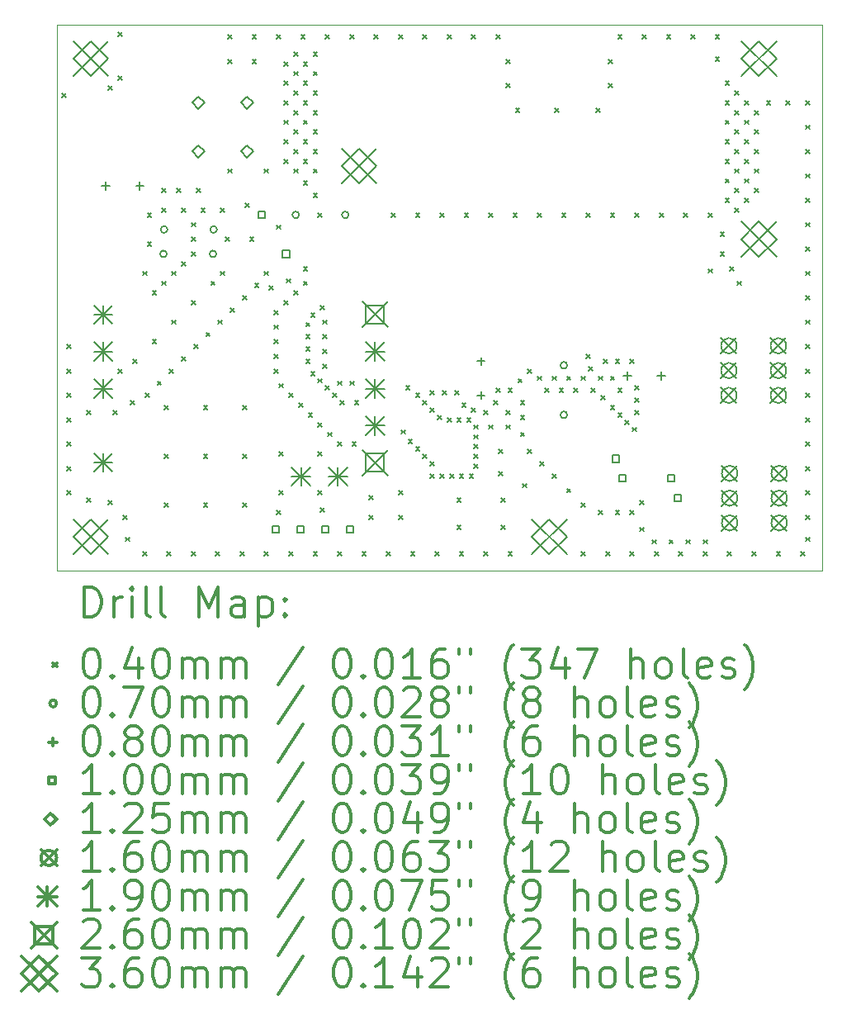
<source format=gbr>
%FSLAX45Y45*%
G04 Gerber Fmt 4.5, Leading zero omitted, Abs format (unit mm)*
G04 Created by KiCad (PCBNEW (5.1.4)-1) date 2021-06-03 13:55:01*
%MOMM*%
%LPD*%
G04 APERTURE LIST*
%ADD10C,0.050000*%
%ADD11C,0.200000*%
%ADD12C,0.300000*%
G04 APERTURE END LIST*
D10*
X17100000Y-2950000D02*
X9250000Y-2950000D01*
X17100000Y-8550000D02*
X17100000Y-2950000D01*
X9250000Y-8550000D02*
X17100000Y-8550000D01*
X9250000Y-2950000D02*
X9250000Y-8550000D01*
D11*
X9305000Y-3655000D02*
X9345000Y-3695000D01*
X9345000Y-3655000D02*
X9305000Y-3695000D01*
X9355000Y-6230000D02*
X9395000Y-6270000D01*
X9395000Y-6230000D02*
X9355000Y-6270000D01*
X9355000Y-6480000D02*
X9395000Y-6520000D01*
X9395000Y-6480000D02*
X9355000Y-6520000D01*
X9355000Y-6730000D02*
X9395000Y-6770000D01*
X9395000Y-6730000D02*
X9355000Y-6770000D01*
X9355000Y-6980000D02*
X9395000Y-7020000D01*
X9395000Y-6980000D02*
X9355000Y-7020000D01*
X9355000Y-7230000D02*
X9395000Y-7270000D01*
X9395000Y-7230000D02*
X9355000Y-7270000D01*
X9355000Y-7480000D02*
X9395000Y-7520000D01*
X9395000Y-7480000D02*
X9355000Y-7520000D01*
X9355000Y-7730000D02*
X9395000Y-7770000D01*
X9395000Y-7730000D02*
X9355000Y-7770000D01*
X9555000Y-6905000D02*
X9595000Y-6945000D01*
X9595000Y-6905000D02*
X9555000Y-6945000D01*
X9555000Y-7805000D02*
X9595000Y-7845000D01*
X9595000Y-7805000D02*
X9555000Y-7845000D01*
X9780000Y-3580000D02*
X9820000Y-3620000D01*
X9820000Y-3580000D02*
X9780000Y-3620000D01*
X9780000Y-7830000D02*
X9820000Y-7870000D01*
X9820000Y-7830000D02*
X9780000Y-7870000D01*
X9830000Y-6905000D02*
X9870000Y-6945000D01*
X9870000Y-6905000D02*
X9830000Y-6945000D01*
X9880000Y-3030000D02*
X9920000Y-3070000D01*
X9920000Y-3030000D02*
X9880000Y-3070000D01*
X9880000Y-3480000D02*
X9920000Y-3520000D01*
X9920000Y-3480000D02*
X9880000Y-3520000D01*
X9880000Y-6480000D02*
X9920000Y-6520000D01*
X9920000Y-6480000D02*
X9880000Y-6520000D01*
X9930000Y-7980000D02*
X9970000Y-8020000D01*
X9970000Y-7980000D02*
X9930000Y-8020000D01*
X9955000Y-8205000D02*
X9995000Y-8245000D01*
X9995000Y-8205000D02*
X9955000Y-8245000D01*
X10005000Y-6805000D02*
X10045000Y-6845000D01*
X10045000Y-6805000D02*
X10005000Y-6845000D01*
X10030000Y-6380000D02*
X10070000Y-6420000D01*
X10070000Y-6380000D02*
X10030000Y-6420000D01*
X10130000Y-5480000D02*
X10170000Y-5520000D01*
X10170000Y-5480000D02*
X10130000Y-5520000D01*
X10130000Y-8355000D02*
X10170000Y-8395000D01*
X10170000Y-8355000D02*
X10130000Y-8395000D01*
X10155000Y-6730000D02*
X10195000Y-6770000D01*
X10195000Y-6730000D02*
X10155000Y-6770000D01*
X10180000Y-4880000D02*
X10220000Y-4920000D01*
X10220000Y-4880000D02*
X10180000Y-4920000D01*
X10180000Y-5180000D02*
X10220000Y-5220000D01*
X10220000Y-5180000D02*
X10180000Y-5220000D01*
X10230000Y-5680000D02*
X10270000Y-5720000D01*
X10270000Y-5680000D02*
X10230000Y-5720000D01*
X10230000Y-6180000D02*
X10270000Y-6220000D01*
X10270000Y-6180000D02*
X10230000Y-6220000D01*
X10280000Y-6605000D02*
X10320000Y-6645000D01*
X10320000Y-6605000D02*
X10280000Y-6645000D01*
X10330000Y-4630000D02*
X10370000Y-4670000D01*
X10370000Y-4630000D02*
X10330000Y-4670000D01*
X10330000Y-4830000D02*
X10370000Y-4870000D01*
X10370000Y-4830000D02*
X10330000Y-4870000D01*
X10330000Y-5580000D02*
X10370000Y-5620000D01*
X10370000Y-5580000D02*
X10330000Y-5620000D01*
X10355000Y-6855000D02*
X10395000Y-6895000D01*
X10395000Y-6855000D02*
X10355000Y-6895000D01*
X10355000Y-7355000D02*
X10395000Y-7395000D01*
X10395000Y-7355000D02*
X10355000Y-7395000D01*
X10355000Y-7855000D02*
X10395000Y-7895000D01*
X10395000Y-7855000D02*
X10355000Y-7895000D01*
X10380000Y-8355000D02*
X10420000Y-8395000D01*
X10420000Y-8355000D02*
X10380000Y-8395000D01*
X10405000Y-6480000D02*
X10445000Y-6520000D01*
X10445000Y-6480000D02*
X10405000Y-6520000D01*
X10430000Y-5480000D02*
X10470000Y-5520000D01*
X10470000Y-5480000D02*
X10430000Y-5520000D01*
X10430000Y-5980000D02*
X10470000Y-6020000D01*
X10470000Y-5980000D02*
X10430000Y-6020000D01*
X10480000Y-4630000D02*
X10520000Y-4670000D01*
X10520000Y-4630000D02*
X10480000Y-4670000D01*
X10530000Y-4830000D02*
X10570000Y-4870000D01*
X10570000Y-4830000D02*
X10530000Y-4870000D01*
X10530000Y-5380000D02*
X10570000Y-5420000D01*
X10570000Y-5380000D02*
X10530000Y-5420000D01*
X10530000Y-6355000D02*
X10570000Y-6395000D01*
X10570000Y-6355000D02*
X10530000Y-6395000D01*
X10630000Y-4980000D02*
X10670000Y-5020000D01*
X10670000Y-4980000D02*
X10630000Y-5020000D01*
X10630000Y-5130000D02*
X10670000Y-5170000D01*
X10670000Y-5130000D02*
X10630000Y-5170000D01*
X10630000Y-5280000D02*
X10670000Y-5320000D01*
X10670000Y-5280000D02*
X10630000Y-5320000D01*
X10630000Y-5780000D02*
X10670000Y-5820000D01*
X10670000Y-5780000D02*
X10630000Y-5820000D01*
X10630000Y-8355000D02*
X10670000Y-8395000D01*
X10670000Y-8355000D02*
X10630000Y-8395000D01*
X10655000Y-6230000D02*
X10695000Y-6270000D01*
X10695000Y-6230000D02*
X10655000Y-6270000D01*
X10680000Y-4630000D02*
X10720000Y-4670000D01*
X10720000Y-4630000D02*
X10680000Y-4670000D01*
X10730000Y-4830000D02*
X10770000Y-4870000D01*
X10770000Y-4830000D02*
X10730000Y-4870000D01*
X10755000Y-6855000D02*
X10795000Y-6895000D01*
X10795000Y-6855000D02*
X10755000Y-6895000D01*
X10755000Y-7355000D02*
X10795000Y-7395000D01*
X10795000Y-7355000D02*
X10755000Y-7395000D01*
X10755000Y-7855000D02*
X10795000Y-7895000D01*
X10795000Y-7855000D02*
X10755000Y-7895000D01*
X10780000Y-6105000D02*
X10820000Y-6145000D01*
X10820000Y-6105000D02*
X10780000Y-6145000D01*
X10830000Y-5580000D02*
X10870000Y-5620000D01*
X10870000Y-5580000D02*
X10830000Y-5620000D01*
X10880000Y-8355000D02*
X10920000Y-8395000D01*
X10920000Y-8355000D02*
X10880000Y-8395000D01*
X10905000Y-5980000D02*
X10945000Y-6020000D01*
X10945000Y-5980000D02*
X10905000Y-6020000D01*
X10930000Y-4830000D02*
X10970000Y-4870000D01*
X10970000Y-4830000D02*
X10930000Y-4870000D01*
X10930000Y-5480000D02*
X10970000Y-5520000D01*
X10970000Y-5480000D02*
X10930000Y-5520000D01*
X10980000Y-5130000D02*
X11020000Y-5170000D01*
X11020000Y-5130000D02*
X10980000Y-5170000D01*
X11005000Y-3055000D02*
X11045000Y-3095000D01*
X11045000Y-3055000D02*
X11005000Y-3095000D01*
X11005000Y-3305000D02*
X11045000Y-3345000D01*
X11045000Y-3305000D02*
X11005000Y-3345000D01*
X11005000Y-4430000D02*
X11045000Y-4470000D01*
X11045000Y-4430000D02*
X11005000Y-4470000D01*
X11030000Y-5855000D02*
X11070000Y-5895000D01*
X11070000Y-5855000D02*
X11030000Y-5895000D01*
X11130000Y-8355000D02*
X11170000Y-8395000D01*
X11170000Y-8355000D02*
X11130000Y-8395000D01*
X11155000Y-5730000D02*
X11195000Y-5770000D01*
X11195000Y-5730000D02*
X11155000Y-5770000D01*
X11155000Y-6855000D02*
X11195000Y-6895000D01*
X11195000Y-6855000D02*
X11155000Y-6895000D01*
X11155000Y-7355000D02*
X11195000Y-7395000D01*
X11195000Y-7355000D02*
X11155000Y-7395000D01*
X11155000Y-7855000D02*
X11195000Y-7895000D01*
X11195000Y-7855000D02*
X11155000Y-7895000D01*
X11180000Y-4780000D02*
X11220000Y-4820000D01*
X11220000Y-4780000D02*
X11180000Y-4820000D01*
X11230000Y-5130000D02*
X11270000Y-5170000D01*
X11270000Y-5130000D02*
X11230000Y-5170000D01*
X11255000Y-3055000D02*
X11295000Y-3095000D01*
X11295000Y-3055000D02*
X11255000Y-3095000D01*
X11255000Y-3305000D02*
X11295000Y-3345000D01*
X11295000Y-3305000D02*
X11255000Y-3345000D01*
X11280000Y-5605000D02*
X11320000Y-5645000D01*
X11320000Y-5605000D02*
X11280000Y-5645000D01*
X11380000Y-4430000D02*
X11420000Y-4470000D01*
X11420000Y-4430000D02*
X11380000Y-4470000D01*
X11380000Y-5480000D02*
X11420000Y-5520000D01*
X11420000Y-5480000D02*
X11380000Y-5520000D01*
X11380000Y-8355000D02*
X11420000Y-8395000D01*
X11420000Y-8355000D02*
X11380000Y-8395000D01*
X11430000Y-5630000D02*
X11470000Y-5670000D01*
X11470000Y-5630000D02*
X11430000Y-5670000D01*
X11480000Y-5880000D02*
X11520000Y-5920000D01*
X11520000Y-5880000D02*
X11480000Y-5920000D01*
X11480000Y-6030000D02*
X11520000Y-6070000D01*
X11520000Y-6030000D02*
X11480000Y-6070000D01*
X11480000Y-6180000D02*
X11520000Y-6220000D01*
X11520000Y-6180000D02*
X11480000Y-6220000D01*
X11480000Y-6330000D02*
X11520000Y-6370000D01*
X11520000Y-6330000D02*
X11480000Y-6370000D01*
X11480000Y-6480000D02*
X11520000Y-6520000D01*
X11520000Y-6480000D02*
X11480000Y-6520000D01*
X11505000Y-3055000D02*
X11545000Y-3095000D01*
X11545000Y-3055000D02*
X11505000Y-3095000D01*
X11505000Y-5005000D02*
X11545000Y-5045000D01*
X11545000Y-5005000D02*
X11505000Y-5045000D01*
X11505000Y-7930000D02*
X11545000Y-7970000D01*
X11545000Y-7930000D02*
X11505000Y-7970000D01*
X11530000Y-6630000D02*
X11570000Y-6670000D01*
X11570000Y-6630000D02*
X11530000Y-6670000D01*
X11530000Y-7330000D02*
X11570000Y-7370000D01*
X11570000Y-7330000D02*
X11530000Y-7370000D01*
X11530000Y-7730000D02*
X11570000Y-7770000D01*
X11570000Y-7730000D02*
X11530000Y-7770000D01*
X11580000Y-3330000D02*
X11620000Y-3370000D01*
X11620000Y-3330000D02*
X11580000Y-3370000D01*
X11580000Y-3530000D02*
X11620000Y-3570000D01*
X11620000Y-3530000D02*
X11580000Y-3570000D01*
X11580000Y-3730000D02*
X11620000Y-3770000D01*
X11620000Y-3730000D02*
X11580000Y-3770000D01*
X11580000Y-3930000D02*
X11620000Y-3970000D01*
X11620000Y-3930000D02*
X11580000Y-3970000D01*
X11580000Y-4130000D02*
X11620000Y-4170000D01*
X11620000Y-4130000D02*
X11580000Y-4170000D01*
X11580000Y-4330000D02*
X11620000Y-4370000D01*
X11620000Y-4330000D02*
X11580000Y-4370000D01*
X11580000Y-5780000D02*
X11620000Y-5820000D01*
X11620000Y-5780000D02*
X11580000Y-5820000D01*
X11605000Y-5555000D02*
X11645000Y-5595000D01*
X11645000Y-5555000D02*
X11605000Y-5595000D01*
X11630000Y-6730000D02*
X11670000Y-6770000D01*
X11670000Y-6730000D02*
X11630000Y-6770000D01*
X11630000Y-8355000D02*
X11670000Y-8395000D01*
X11670000Y-8355000D02*
X11630000Y-8395000D01*
X11680000Y-3230000D02*
X11720000Y-3270000D01*
X11720000Y-3230000D02*
X11680000Y-3270000D01*
X11680000Y-3430000D02*
X11720000Y-3470000D01*
X11720000Y-3430000D02*
X11680000Y-3470000D01*
X11680000Y-3630000D02*
X11720000Y-3670000D01*
X11720000Y-3630000D02*
X11680000Y-3670000D01*
X11680000Y-3830000D02*
X11720000Y-3870000D01*
X11720000Y-3830000D02*
X11680000Y-3870000D01*
X11680000Y-4030000D02*
X11720000Y-4070000D01*
X11720000Y-4030000D02*
X11680000Y-4070000D01*
X11680000Y-4230000D02*
X11720000Y-4270000D01*
X11720000Y-4230000D02*
X11680000Y-4270000D01*
X11680000Y-4430000D02*
X11720000Y-4470000D01*
X11720000Y-4430000D02*
X11680000Y-4470000D01*
X11680000Y-5680000D02*
X11720000Y-5720000D01*
X11720000Y-5680000D02*
X11680000Y-5720000D01*
X11730000Y-6830000D02*
X11770000Y-6870000D01*
X11770000Y-6830000D02*
X11730000Y-6870000D01*
X11755000Y-3055000D02*
X11795000Y-3095000D01*
X11795000Y-3055000D02*
X11755000Y-3095000D01*
X11780000Y-3330000D02*
X11820000Y-3370000D01*
X11820000Y-3330000D02*
X11780000Y-3370000D01*
X11780000Y-3530000D02*
X11820000Y-3570000D01*
X11820000Y-3530000D02*
X11780000Y-3570000D01*
X11780000Y-3730000D02*
X11820000Y-3770000D01*
X11820000Y-3730000D02*
X11780000Y-3770000D01*
X11780000Y-3930000D02*
X11820000Y-3970000D01*
X11820000Y-3930000D02*
X11780000Y-3970000D01*
X11780000Y-4130000D02*
X11820000Y-4170000D01*
X11820000Y-4130000D02*
X11780000Y-4170000D01*
X11780000Y-4330000D02*
X11820000Y-4370000D01*
X11820000Y-4330000D02*
X11780000Y-4370000D01*
X11780000Y-4555000D02*
X11820000Y-4595000D01*
X11820000Y-4555000D02*
X11780000Y-4595000D01*
X11780000Y-5430000D02*
X11820000Y-5470000D01*
X11820000Y-5430000D02*
X11780000Y-5470000D01*
X11780000Y-5580000D02*
X11820000Y-5620000D01*
X11820000Y-5580000D02*
X11780000Y-5620000D01*
X11805000Y-6005000D02*
X11845000Y-6045000D01*
X11845000Y-6005000D02*
X11805000Y-6045000D01*
X11805000Y-6130000D02*
X11845000Y-6170000D01*
X11845000Y-6130000D02*
X11805000Y-6170000D01*
X11805000Y-6255000D02*
X11845000Y-6295000D01*
X11845000Y-6255000D02*
X11805000Y-6295000D01*
X11805000Y-6380000D02*
X11845000Y-6420000D01*
X11845000Y-6380000D02*
X11805000Y-6420000D01*
X11830000Y-6930000D02*
X11870000Y-6970000D01*
X11870000Y-6930000D02*
X11830000Y-6970000D01*
X11855000Y-5905000D02*
X11895000Y-5945000D01*
X11895000Y-5905000D02*
X11855000Y-5945000D01*
X11855000Y-6505000D02*
X11895000Y-6545000D01*
X11895000Y-6505000D02*
X11855000Y-6545000D01*
X11880000Y-3230000D02*
X11920000Y-3270000D01*
X11920000Y-3230000D02*
X11880000Y-3270000D01*
X11880000Y-3430000D02*
X11920000Y-3470000D01*
X11920000Y-3430000D02*
X11880000Y-3470000D01*
X11880000Y-3630000D02*
X11920000Y-3670000D01*
X11920000Y-3630000D02*
X11880000Y-3670000D01*
X11880000Y-3830000D02*
X11920000Y-3870000D01*
X11920000Y-3830000D02*
X11880000Y-3870000D01*
X11880000Y-4030000D02*
X11920000Y-4070000D01*
X11920000Y-4030000D02*
X11880000Y-4070000D01*
X11880000Y-4230000D02*
X11920000Y-4270000D01*
X11920000Y-4230000D02*
X11880000Y-4270000D01*
X11880000Y-4430000D02*
X11920000Y-4470000D01*
X11920000Y-4430000D02*
X11880000Y-4470000D01*
X11880000Y-4680000D02*
X11920000Y-4720000D01*
X11920000Y-4680000D02*
X11880000Y-4720000D01*
X11880000Y-8355000D02*
X11920000Y-8395000D01*
X11920000Y-8355000D02*
X11880000Y-8395000D01*
X11930000Y-4880000D02*
X11970000Y-4920000D01*
X11970000Y-4880000D02*
X11930000Y-4920000D01*
X11930000Y-6580000D02*
X11970000Y-6620000D01*
X11970000Y-6580000D02*
X11930000Y-6620000D01*
X11930000Y-7030000D02*
X11970000Y-7070000D01*
X11970000Y-7030000D02*
X11930000Y-7070000D01*
X11930000Y-7330000D02*
X11970000Y-7370000D01*
X11970000Y-7330000D02*
X11930000Y-7370000D01*
X11930000Y-7730000D02*
X11970000Y-7770000D01*
X11970000Y-7730000D02*
X11930000Y-7770000D01*
X11955000Y-5830000D02*
X11995000Y-5870000D01*
X11995000Y-5830000D02*
X11955000Y-5870000D01*
X11955000Y-7905000D02*
X11995000Y-7945000D01*
X11995000Y-7905000D02*
X11955000Y-7945000D01*
X11980000Y-5980000D02*
X12020000Y-6020000D01*
X12020000Y-5980000D02*
X11980000Y-6020000D01*
X11980000Y-6130000D02*
X12020000Y-6170000D01*
X12020000Y-6130000D02*
X11980000Y-6170000D01*
X11980000Y-6280000D02*
X12020000Y-6320000D01*
X12020000Y-6280000D02*
X11980000Y-6320000D01*
X11980000Y-6430000D02*
X12020000Y-6470000D01*
X12020000Y-6430000D02*
X11980000Y-6470000D01*
X12005000Y-3055000D02*
X12045000Y-3095000D01*
X12045000Y-3055000D02*
X12005000Y-3095000D01*
X12005000Y-6655000D02*
X12045000Y-6695000D01*
X12045000Y-6655000D02*
X12005000Y-6695000D01*
X12030000Y-7130000D02*
X12070000Y-7170000D01*
X12070000Y-7130000D02*
X12030000Y-7170000D01*
X12080000Y-6730000D02*
X12120000Y-6770000D01*
X12120000Y-6730000D02*
X12080000Y-6770000D01*
X12130000Y-6605000D02*
X12170000Y-6645000D01*
X12170000Y-6605000D02*
X12130000Y-6645000D01*
X12130000Y-7230000D02*
X12170000Y-7270000D01*
X12170000Y-7230000D02*
X12130000Y-7270000D01*
X12130000Y-8355000D02*
X12170000Y-8395000D01*
X12170000Y-8355000D02*
X12130000Y-8395000D01*
X12155000Y-6805000D02*
X12195000Y-6845000D01*
X12195000Y-6805000D02*
X12155000Y-6845000D01*
X12255000Y-3055000D02*
X12295000Y-3095000D01*
X12295000Y-3055000D02*
X12255000Y-3095000D01*
X12255000Y-6605000D02*
X12295000Y-6645000D01*
X12295000Y-6605000D02*
X12255000Y-6645000D01*
X12280000Y-7230000D02*
X12320000Y-7270000D01*
X12320000Y-7230000D02*
X12280000Y-7270000D01*
X12305000Y-6805000D02*
X12345000Y-6845000D01*
X12345000Y-6805000D02*
X12305000Y-6845000D01*
X12380000Y-8355000D02*
X12420000Y-8395000D01*
X12420000Y-8355000D02*
X12380000Y-8395000D01*
X12455000Y-7780000D02*
X12495000Y-7820000D01*
X12495000Y-7780000D02*
X12455000Y-7820000D01*
X12455000Y-7980000D02*
X12495000Y-8020000D01*
X12495000Y-7980000D02*
X12455000Y-8020000D01*
X12505000Y-3055000D02*
X12545000Y-3095000D01*
X12545000Y-3055000D02*
X12505000Y-3095000D01*
X12630000Y-8355000D02*
X12670000Y-8395000D01*
X12670000Y-8355000D02*
X12630000Y-8395000D01*
X12680000Y-4880000D02*
X12720000Y-4920000D01*
X12720000Y-4880000D02*
X12680000Y-4920000D01*
X12755000Y-3055000D02*
X12795000Y-3095000D01*
X12795000Y-3055000D02*
X12755000Y-3095000D01*
X12755000Y-7730000D02*
X12795000Y-7770000D01*
X12795000Y-7730000D02*
X12755000Y-7770000D01*
X12755000Y-7980000D02*
X12795000Y-8020000D01*
X12795000Y-7980000D02*
X12755000Y-8020000D01*
X12780000Y-7105000D02*
X12820000Y-7145000D01*
X12820000Y-7105000D02*
X12780000Y-7145000D01*
X12830000Y-6655000D02*
X12870000Y-6695000D01*
X12870000Y-6655000D02*
X12830000Y-6695000D01*
X12855000Y-7205000D02*
X12895000Y-7245000D01*
X12895000Y-7205000D02*
X12855000Y-7245000D01*
X12880000Y-8355000D02*
X12920000Y-8395000D01*
X12920000Y-8355000D02*
X12880000Y-8395000D01*
X12930000Y-4880000D02*
X12970000Y-4920000D01*
X12970000Y-4880000D02*
X12930000Y-4920000D01*
X12930000Y-6730000D02*
X12970000Y-6770000D01*
X12970000Y-6730000D02*
X12930000Y-6770000D01*
X12930000Y-7280000D02*
X12970000Y-7320000D01*
X12970000Y-7280000D02*
X12930000Y-7320000D01*
X13005000Y-3055000D02*
X13045000Y-3095000D01*
X13045000Y-3055000D02*
X13005000Y-3095000D01*
X13005000Y-6805000D02*
X13045000Y-6845000D01*
X13045000Y-6805000D02*
X13005000Y-6845000D01*
X13005000Y-7355000D02*
X13045000Y-7395000D01*
X13045000Y-7355000D02*
X13005000Y-7395000D01*
X13080000Y-6705000D02*
X13120000Y-6745000D01*
X13120000Y-6705000D02*
X13080000Y-6745000D01*
X13080000Y-6880000D02*
X13120000Y-6920000D01*
X13120000Y-6880000D02*
X13080000Y-6920000D01*
X13080000Y-7430000D02*
X13120000Y-7470000D01*
X13120000Y-7430000D02*
X13080000Y-7470000D01*
X13080000Y-7555000D02*
X13120000Y-7595000D01*
X13120000Y-7555000D02*
X13080000Y-7595000D01*
X13130000Y-8355000D02*
X13170000Y-8395000D01*
X13170000Y-8355000D02*
X13130000Y-8395000D01*
X13155000Y-6955000D02*
X13195000Y-6995000D01*
X13195000Y-6955000D02*
X13155000Y-6995000D01*
X13180000Y-4880000D02*
X13220000Y-4920000D01*
X13220000Y-4880000D02*
X13180000Y-4920000D01*
X13180000Y-7555000D02*
X13220000Y-7595000D01*
X13220000Y-7555000D02*
X13180000Y-7595000D01*
X13205000Y-6705000D02*
X13245000Y-6745000D01*
X13245000Y-6705000D02*
X13205000Y-6745000D01*
X13255000Y-3055000D02*
X13295000Y-3095000D01*
X13295000Y-3055000D02*
X13255000Y-3095000D01*
X13255000Y-6980000D02*
X13295000Y-7020000D01*
X13295000Y-6980000D02*
X13255000Y-7020000D01*
X13280000Y-7555000D02*
X13320000Y-7595000D01*
X13320000Y-7555000D02*
X13280000Y-7595000D01*
X13330000Y-6705000D02*
X13370000Y-6745000D01*
X13370000Y-6705000D02*
X13330000Y-6745000D01*
X13355000Y-6980000D02*
X13395000Y-7020000D01*
X13395000Y-6980000D02*
X13355000Y-7020000D01*
X13355000Y-7805000D02*
X13395000Y-7845000D01*
X13395000Y-7805000D02*
X13355000Y-7845000D01*
X13355000Y-8080000D02*
X13395000Y-8120000D01*
X13395000Y-8080000D02*
X13355000Y-8120000D01*
X13380000Y-7555000D02*
X13420000Y-7595000D01*
X13420000Y-7555000D02*
X13380000Y-7595000D01*
X13380000Y-8355000D02*
X13420000Y-8395000D01*
X13420000Y-8355000D02*
X13380000Y-8395000D01*
X13405000Y-6830000D02*
X13445000Y-6870000D01*
X13445000Y-6830000D02*
X13405000Y-6870000D01*
X13430000Y-4880000D02*
X13470000Y-4920000D01*
X13470000Y-4880000D02*
X13430000Y-4920000D01*
X13455000Y-6980000D02*
X13495000Y-7020000D01*
X13495000Y-6980000D02*
X13455000Y-7020000D01*
X13480000Y-7555000D02*
X13520000Y-7595000D01*
X13520000Y-7555000D02*
X13480000Y-7595000D01*
X13505000Y-3055000D02*
X13545000Y-3095000D01*
X13545000Y-3055000D02*
X13505000Y-3095000D01*
X13505000Y-6880000D02*
X13545000Y-6920000D01*
X13545000Y-6880000D02*
X13505000Y-6920000D01*
X13530000Y-7055000D02*
X13570000Y-7095000D01*
X13570000Y-7055000D02*
X13530000Y-7095000D01*
X13530000Y-7155000D02*
X13570000Y-7195000D01*
X13570000Y-7155000D02*
X13530000Y-7195000D01*
X13530000Y-7255000D02*
X13570000Y-7295000D01*
X13570000Y-7255000D02*
X13530000Y-7295000D01*
X13530000Y-7355000D02*
X13570000Y-7395000D01*
X13570000Y-7355000D02*
X13530000Y-7395000D01*
X13530000Y-7455000D02*
X13570000Y-7495000D01*
X13570000Y-7455000D02*
X13530000Y-7495000D01*
X13630000Y-6905000D02*
X13670000Y-6945000D01*
X13670000Y-6905000D02*
X13630000Y-6945000D01*
X13630000Y-8355000D02*
X13670000Y-8395000D01*
X13670000Y-8355000D02*
X13630000Y-8395000D01*
X13680000Y-4880000D02*
X13720000Y-4920000D01*
X13720000Y-4880000D02*
X13680000Y-4920000D01*
X13680000Y-7055000D02*
X13720000Y-7095000D01*
X13720000Y-7055000D02*
X13680000Y-7095000D01*
X13730000Y-6805000D02*
X13770000Y-6845000D01*
X13770000Y-6805000D02*
X13730000Y-6845000D01*
X13755000Y-3055000D02*
X13795000Y-3095000D01*
X13795000Y-3055000D02*
X13755000Y-3095000D01*
X13755000Y-6680000D02*
X13795000Y-6720000D01*
X13795000Y-6680000D02*
X13755000Y-6720000D01*
X13780000Y-7305000D02*
X13820000Y-7345000D01*
X13820000Y-7305000D02*
X13780000Y-7345000D01*
X13780000Y-7530000D02*
X13820000Y-7570000D01*
X13820000Y-7530000D02*
X13780000Y-7570000D01*
X13805000Y-7805000D02*
X13845000Y-7845000D01*
X13845000Y-7805000D02*
X13805000Y-7845000D01*
X13805000Y-8080000D02*
X13845000Y-8120000D01*
X13845000Y-8080000D02*
X13805000Y-8120000D01*
X13855000Y-3305000D02*
X13895000Y-3345000D01*
X13895000Y-3305000D02*
X13855000Y-3345000D01*
X13855000Y-3555000D02*
X13895000Y-3595000D01*
X13895000Y-3555000D02*
X13855000Y-3595000D01*
X13855000Y-6905000D02*
X13895000Y-6945000D01*
X13895000Y-6905000D02*
X13855000Y-6945000D01*
X13855000Y-7055000D02*
X13895000Y-7095000D01*
X13895000Y-7055000D02*
X13855000Y-7095000D01*
X13880000Y-6680000D02*
X13920000Y-6720000D01*
X13920000Y-6680000D02*
X13880000Y-6720000D01*
X13880000Y-8355000D02*
X13920000Y-8395000D01*
X13920000Y-8355000D02*
X13880000Y-8395000D01*
X13930000Y-4880000D02*
X13970000Y-4920000D01*
X13970000Y-4880000D02*
X13930000Y-4920000D01*
X13955000Y-3805000D02*
X13995000Y-3845000D01*
X13995000Y-3805000D02*
X13955000Y-3845000D01*
X13980000Y-6580000D02*
X14020000Y-6620000D01*
X14020000Y-6580000D02*
X13980000Y-6620000D01*
X14005000Y-6805000D02*
X14045000Y-6845000D01*
X14045000Y-6805000D02*
X14005000Y-6845000D01*
X14005000Y-6955000D02*
X14045000Y-6995000D01*
X14045000Y-6955000D02*
X14005000Y-6995000D01*
X14005000Y-7130000D02*
X14045000Y-7170000D01*
X14045000Y-7130000D02*
X14005000Y-7170000D01*
X14030000Y-7655000D02*
X14070000Y-7695000D01*
X14070000Y-7655000D02*
X14030000Y-7695000D01*
X14080000Y-6480000D02*
X14120000Y-6520000D01*
X14120000Y-6480000D02*
X14080000Y-6520000D01*
X14080000Y-7305000D02*
X14120000Y-7345000D01*
X14120000Y-7305000D02*
X14080000Y-7345000D01*
X14180000Y-4880000D02*
X14220000Y-4920000D01*
X14220000Y-4880000D02*
X14180000Y-4920000D01*
X14180000Y-6555000D02*
X14220000Y-6595000D01*
X14220000Y-6555000D02*
X14180000Y-6595000D01*
X14205000Y-7430000D02*
X14245000Y-7470000D01*
X14245000Y-7430000D02*
X14205000Y-7470000D01*
X14255000Y-6680000D02*
X14295000Y-6720000D01*
X14295000Y-6680000D02*
X14255000Y-6720000D01*
X14330000Y-6555000D02*
X14370000Y-6595000D01*
X14370000Y-6555000D02*
X14330000Y-6595000D01*
X14330000Y-7555000D02*
X14370000Y-7595000D01*
X14370000Y-7555000D02*
X14330000Y-7595000D01*
X14355000Y-3805000D02*
X14395000Y-3845000D01*
X14395000Y-3805000D02*
X14355000Y-3845000D01*
X14405000Y-6680000D02*
X14445000Y-6720000D01*
X14445000Y-6680000D02*
X14405000Y-6720000D01*
X14430000Y-4880000D02*
X14470000Y-4920000D01*
X14470000Y-4880000D02*
X14430000Y-4920000D01*
X14480000Y-6555000D02*
X14520000Y-6595000D01*
X14520000Y-6555000D02*
X14480000Y-6595000D01*
X14480000Y-7705000D02*
X14520000Y-7745000D01*
X14520000Y-7705000D02*
X14480000Y-7745000D01*
X14555000Y-6680000D02*
X14595000Y-6720000D01*
X14595000Y-6680000D02*
X14555000Y-6720000D01*
X14630000Y-6555000D02*
X14670000Y-6595000D01*
X14670000Y-6555000D02*
X14630000Y-6595000D01*
X14630000Y-7855000D02*
X14670000Y-7895000D01*
X14670000Y-7855000D02*
X14630000Y-7895000D01*
X14630000Y-8355000D02*
X14670000Y-8395000D01*
X14670000Y-8355000D02*
X14630000Y-8395000D01*
X14680000Y-4880000D02*
X14720000Y-4920000D01*
X14720000Y-4880000D02*
X14680000Y-4920000D01*
X14680000Y-6330000D02*
X14720000Y-6370000D01*
X14720000Y-6330000D02*
X14680000Y-6370000D01*
X14705000Y-6455000D02*
X14745000Y-6495000D01*
X14745000Y-6455000D02*
X14705000Y-6495000D01*
X14730000Y-6680000D02*
X14770000Y-6720000D01*
X14770000Y-6680000D02*
X14730000Y-6720000D01*
X14780000Y-3805000D02*
X14820000Y-3845000D01*
X14820000Y-3805000D02*
X14780000Y-3845000D01*
X14805000Y-6555000D02*
X14845000Y-6595000D01*
X14845000Y-6555000D02*
X14805000Y-6595000D01*
X14805000Y-7930000D02*
X14845000Y-7970000D01*
X14845000Y-7930000D02*
X14805000Y-7970000D01*
X14830000Y-6755000D02*
X14870000Y-6795000D01*
X14870000Y-6755000D02*
X14830000Y-6795000D01*
X14855000Y-6380000D02*
X14895000Y-6420000D01*
X14895000Y-6380000D02*
X14855000Y-6420000D01*
X14880000Y-8355000D02*
X14920000Y-8395000D01*
X14920000Y-8355000D02*
X14880000Y-8395000D01*
X14905000Y-3305000D02*
X14945000Y-3345000D01*
X14945000Y-3305000D02*
X14905000Y-3345000D01*
X14905000Y-3555000D02*
X14945000Y-3595000D01*
X14945000Y-3555000D02*
X14905000Y-3595000D01*
X14930000Y-4880000D02*
X14970000Y-4920000D01*
X14970000Y-4880000D02*
X14930000Y-4920000D01*
X14930000Y-6555000D02*
X14970000Y-6595000D01*
X14970000Y-6555000D02*
X14930000Y-6595000D01*
X14930000Y-6855000D02*
X14970000Y-6895000D01*
X14970000Y-6855000D02*
X14930000Y-6895000D01*
X14980000Y-6380000D02*
X15020000Y-6420000D01*
X15020000Y-6380000D02*
X14980000Y-6420000D01*
X14980000Y-7930000D02*
X15020000Y-7970000D01*
X15020000Y-7930000D02*
X14980000Y-7970000D01*
X15005000Y-3055000D02*
X15045000Y-3095000D01*
X15045000Y-3055000D02*
X15005000Y-3095000D01*
X15005000Y-6680000D02*
X15045000Y-6720000D01*
X15045000Y-6680000D02*
X15005000Y-6720000D01*
X15005000Y-6930000D02*
X15045000Y-6970000D01*
X15045000Y-6930000D02*
X15005000Y-6970000D01*
X15080000Y-7005000D02*
X15120000Y-7045000D01*
X15120000Y-7005000D02*
X15080000Y-7045000D01*
X15130000Y-6380000D02*
X15170000Y-6420000D01*
X15170000Y-6380000D02*
X15130000Y-6420000D01*
X15130000Y-7930000D02*
X15170000Y-7970000D01*
X15170000Y-7930000D02*
X15130000Y-7970000D01*
X15130000Y-8355000D02*
X15170000Y-8395000D01*
X15170000Y-8355000D02*
X15130000Y-8395000D01*
X15155000Y-7080000D02*
X15195000Y-7120000D01*
X15195000Y-7080000D02*
X15155000Y-7120000D01*
X15180000Y-4880000D02*
X15220000Y-4920000D01*
X15220000Y-4880000D02*
X15180000Y-4920000D01*
X15180000Y-6655000D02*
X15220000Y-6695000D01*
X15220000Y-6655000D02*
X15180000Y-6695000D01*
X15180000Y-6780000D02*
X15220000Y-6820000D01*
X15220000Y-6780000D02*
X15180000Y-6820000D01*
X15180000Y-6905000D02*
X15220000Y-6945000D01*
X15220000Y-6905000D02*
X15180000Y-6945000D01*
X15230000Y-7830000D02*
X15270000Y-7870000D01*
X15270000Y-7830000D02*
X15230000Y-7870000D01*
X15230000Y-8105000D02*
X15270000Y-8145000D01*
X15270000Y-8105000D02*
X15230000Y-8145000D01*
X15255000Y-3055000D02*
X15295000Y-3095000D01*
X15295000Y-3055000D02*
X15255000Y-3095000D01*
X15355000Y-8230000D02*
X15395000Y-8270000D01*
X15395000Y-8230000D02*
X15355000Y-8270000D01*
X15380000Y-8355000D02*
X15420000Y-8395000D01*
X15420000Y-8355000D02*
X15380000Y-8395000D01*
X15430000Y-4880000D02*
X15470000Y-4920000D01*
X15470000Y-4880000D02*
X15430000Y-4920000D01*
X15505000Y-3055000D02*
X15545000Y-3095000D01*
X15545000Y-3055000D02*
X15505000Y-3095000D01*
X15530000Y-8230000D02*
X15570000Y-8270000D01*
X15570000Y-8230000D02*
X15530000Y-8270000D01*
X15630000Y-8355000D02*
X15670000Y-8395000D01*
X15670000Y-8355000D02*
X15630000Y-8395000D01*
X15680000Y-4880000D02*
X15720000Y-4920000D01*
X15720000Y-4880000D02*
X15680000Y-4920000D01*
X15705000Y-8230000D02*
X15745000Y-8270000D01*
X15745000Y-8230000D02*
X15705000Y-8270000D01*
X15755000Y-3055000D02*
X15795000Y-3095000D01*
X15795000Y-3055000D02*
X15755000Y-3095000D01*
X15880000Y-8230000D02*
X15920000Y-8270000D01*
X15920000Y-8230000D02*
X15880000Y-8270000D01*
X15880000Y-8355000D02*
X15920000Y-8395000D01*
X15920000Y-8355000D02*
X15880000Y-8395000D01*
X15930000Y-4880000D02*
X15970000Y-4920000D01*
X15970000Y-4880000D02*
X15930000Y-4920000D01*
X15930000Y-5455000D02*
X15970000Y-5495000D01*
X15970000Y-5455000D02*
X15930000Y-5495000D01*
X16005000Y-3055000D02*
X16045000Y-3095000D01*
X16045000Y-3055000D02*
X16005000Y-3095000D01*
X16005000Y-3280000D02*
X16045000Y-3320000D01*
X16045000Y-3280000D02*
X16005000Y-3320000D01*
X16055000Y-5080000D02*
X16095000Y-5120000D01*
X16095000Y-5080000D02*
X16055000Y-5120000D01*
X16055000Y-5280000D02*
X16095000Y-5320000D01*
X16095000Y-5280000D02*
X16055000Y-5320000D01*
X16105000Y-3530000D02*
X16145000Y-3570000D01*
X16145000Y-3530000D02*
X16105000Y-3570000D01*
X16105000Y-3730000D02*
X16145000Y-3770000D01*
X16145000Y-3730000D02*
X16105000Y-3770000D01*
X16105000Y-3930000D02*
X16145000Y-3970000D01*
X16145000Y-3930000D02*
X16105000Y-3970000D01*
X16105000Y-4130000D02*
X16145000Y-4170000D01*
X16145000Y-4130000D02*
X16105000Y-4170000D01*
X16105000Y-4330000D02*
X16145000Y-4370000D01*
X16145000Y-4330000D02*
X16105000Y-4370000D01*
X16105000Y-4530000D02*
X16145000Y-4570000D01*
X16145000Y-4530000D02*
X16105000Y-4570000D01*
X16105000Y-4730000D02*
X16145000Y-4770000D01*
X16145000Y-4730000D02*
X16105000Y-4770000D01*
X16130000Y-8355000D02*
X16170000Y-8395000D01*
X16170000Y-8355000D02*
X16130000Y-8395000D01*
X16155000Y-5430000D02*
X16195000Y-5470000D01*
X16195000Y-5430000D02*
X16155000Y-5470000D01*
X16205000Y-3630000D02*
X16245000Y-3670000D01*
X16245000Y-3630000D02*
X16205000Y-3670000D01*
X16205000Y-3830000D02*
X16245000Y-3870000D01*
X16245000Y-3830000D02*
X16205000Y-3870000D01*
X16205000Y-4030000D02*
X16245000Y-4070000D01*
X16245000Y-4030000D02*
X16205000Y-4070000D01*
X16205000Y-4230000D02*
X16245000Y-4270000D01*
X16245000Y-4230000D02*
X16205000Y-4270000D01*
X16205000Y-4430000D02*
X16245000Y-4470000D01*
X16245000Y-4430000D02*
X16205000Y-4470000D01*
X16205000Y-4630000D02*
X16245000Y-4670000D01*
X16245000Y-4630000D02*
X16205000Y-4670000D01*
X16205000Y-4830000D02*
X16245000Y-4870000D01*
X16245000Y-4830000D02*
X16205000Y-4870000D01*
X16230000Y-5580000D02*
X16270000Y-5620000D01*
X16270000Y-5580000D02*
X16230000Y-5620000D01*
X16305000Y-3730000D02*
X16345000Y-3770000D01*
X16345000Y-3730000D02*
X16305000Y-3770000D01*
X16305000Y-3930000D02*
X16345000Y-3970000D01*
X16345000Y-3930000D02*
X16305000Y-3970000D01*
X16305000Y-4130000D02*
X16345000Y-4170000D01*
X16345000Y-4130000D02*
X16305000Y-4170000D01*
X16305000Y-4330000D02*
X16345000Y-4370000D01*
X16345000Y-4330000D02*
X16305000Y-4370000D01*
X16305000Y-4530000D02*
X16345000Y-4570000D01*
X16345000Y-4530000D02*
X16305000Y-4570000D01*
X16305000Y-4730000D02*
X16345000Y-4770000D01*
X16345000Y-4730000D02*
X16305000Y-4770000D01*
X16380000Y-8355000D02*
X16420000Y-8395000D01*
X16420000Y-8355000D02*
X16380000Y-8395000D01*
X16405000Y-3830000D02*
X16445000Y-3870000D01*
X16445000Y-3830000D02*
X16405000Y-3870000D01*
X16405000Y-4030000D02*
X16445000Y-4070000D01*
X16445000Y-4030000D02*
X16405000Y-4070000D01*
X16405000Y-4230000D02*
X16445000Y-4270000D01*
X16445000Y-4230000D02*
X16405000Y-4270000D01*
X16405000Y-4430000D02*
X16445000Y-4470000D01*
X16445000Y-4430000D02*
X16405000Y-4470000D01*
X16405000Y-4630000D02*
X16445000Y-4670000D01*
X16445000Y-4630000D02*
X16405000Y-4670000D01*
X16530000Y-3730000D02*
X16570000Y-3770000D01*
X16570000Y-3730000D02*
X16530000Y-3770000D01*
X16630000Y-8355000D02*
X16670000Y-8395000D01*
X16670000Y-8355000D02*
X16630000Y-8395000D01*
X16730000Y-3730000D02*
X16770000Y-3770000D01*
X16770000Y-3730000D02*
X16730000Y-3770000D01*
X16880000Y-8355000D02*
X16920000Y-8395000D01*
X16920000Y-8355000D02*
X16880000Y-8395000D01*
X16930000Y-3730000D02*
X16970000Y-3770000D01*
X16970000Y-3730000D02*
X16930000Y-3770000D01*
X16930000Y-3980000D02*
X16970000Y-4020000D01*
X16970000Y-3980000D02*
X16930000Y-4020000D01*
X16930000Y-4230000D02*
X16970000Y-4270000D01*
X16970000Y-4230000D02*
X16930000Y-4270000D01*
X16930000Y-4480000D02*
X16970000Y-4520000D01*
X16970000Y-4480000D02*
X16930000Y-4520000D01*
X16930000Y-4730000D02*
X16970000Y-4770000D01*
X16970000Y-4730000D02*
X16930000Y-4770000D01*
X16930000Y-4980000D02*
X16970000Y-5020000D01*
X16970000Y-4980000D02*
X16930000Y-5020000D01*
X16930000Y-5230000D02*
X16970000Y-5270000D01*
X16970000Y-5230000D02*
X16930000Y-5270000D01*
X16930000Y-5480000D02*
X16970000Y-5520000D01*
X16970000Y-5480000D02*
X16930000Y-5520000D01*
X16930000Y-5730000D02*
X16970000Y-5770000D01*
X16970000Y-5730000D02*
X16930000Y-5770000D01*
X16930000Y-5980000D02*
X16970000Y-6020000D01*
X16970000Y-5980000D02*
X16930000Y-6020000D01*
X16930000Y-6230000D02*
X16970000Y-6270000D01*
X16970000Y-6230000D02*
X16930000Y-6270000D01*
X16930000Y-6480000D02*
X16970000Y-6520000D01*
X16970000Y-6480000D02*
X16930000Y-6520000D01*
X16930000Y-6730000D02*
X16970000Y-6770000D01*
X16970000Y-6730000D02*
X16930000Y-6770000D01*
X16930000Y-6980000D02*
X16970000Y-7020000D01*
X16970000Y-6980000D02*
X16930000Y-7020000D01*
X16930000Y-7230000D02*
X16970000Y-7270000D01*
X16970000Y-7230000D02*
X16930000Y-7270000D01*
X16930000Y-7480000D02*
X16970000Y-7520000D01*
X16970000Y-7480000D02*
X16930000Y-7520000D01*
X16930000Y-7730000D02*
X16970000Y-7770000D01*
X16970000Y-7730000D02*
X16930000Y-7770000D01*
X16930000Y-7980000D02*
X16970000Y-8020000D01*
X16970000Y-7980000D02*
X16930000Y-8020000D01*
X16930000Y-8205000D02*
X16970000Y-8245000D01*
X16970000Y-8205000D02*
X16930000Y-8245000D01*
X11735000Y-4900000D02*
G75*
G03X11735000Y-4900000I-35000J0D01*
G01*
X12243000Y-4900000D02*
G75*
G03X12243000Y-4900000I-35000J0D01*
G01*
X10377000Y-5300000D02*
G75*
G03X10377000Y-5300000I-35000J0D01*
G01*
X10885000Y-5300000D02*
G75*
G03X10885000Y-5300000I-35000J0D01*
G01*
X14485000Y-6442000D02*
G75*
G03X14485000Y-6442000I-35000J0D01*
G01*
X14485000Y-6950000D02*
G75*
G03X14485000Y-6950000I-35000J0D01*
G01*
X10385000Y-5050000D02*
G75*
G03X10385000Y-5050000I-35000J0D01*
G01*
X10893000Y-5050000D02*
G75*
G03X10893000Y-5050000I-35000J0D01*
G01*
X15100000Y-6510000D02*
X15100000Y-6590000D01*
X15060000Y-6550000D02*
X15140000Y-6550000D01*
X15450000Y-6510000D02*
X15450000Y-6590000D01*
X15410000Y-6550000D02*
X15490000Y-6550000D01*
X13600000Y-6360000D02*
X13600000Y-6440000D01*
X13560000Y-6400000D02*
X13640000Y-6400000D01*
X13600000Y-6710000D02*
X13600000Y-6790000D01*
X13560000Y-6750000D02*
X13640000Y-6750000D01*
X9750000Y-4560000D02*
X9750000Y-4640000D01*
X9710000Y-4600000D02*
X9790000Y-4600000D01*
X10100000Y-4560000D02*
X10100000Y-4640000D01*
X10060000Y-4600000D02*
X10140000Y-4600000D01*
X11527356Y-8160356D02*
X11527356Y-8089644D01*
X11456644Y-8089644D01*
X11456644Y-8160356D01*
X11527356Y-8160356D01*
X11781356Y-8160356D02*
X11781356Y-8089644D01*
X11710644Y-8089644D01*
X11710644Y-8160356D01*
X11781356Y-8160356D01*
X12035356Y-8160356D02*
X12035356Y-8089644D01*
X11964644Y-8089644D01*
X11964644Y-8160356D01*
X12035356Y-8160356D01*
X12289356Y-8160356D02*
X12289356Y-8089644D01*
X12218644Y-8089644D01*
X12218644Y-8160356D01*
X12289356Y-8160356D01*
X11635356Y-5335356D02*
X11635356Y-5264644D01*
X11564644Y-5264644D01*
X11564644Y-5335356D01*
X11635356Y-5335356D01*
X15018141Y-7435356D02*
X15018141Y-7364644D01*
X14947430Y-7364644D01*
X14947430Y-7435356D01*
X15018141Y-7435356D01*
X15085356Y-7635356D02*
X15085356Y-7564644D01*
X15014644Y-7564644D01*
X15014644Y-7635356D01*
X15085356Y-7635356D01*
X15585356Y-7635356D02*
X15585356Y-7564644D01*
X15514644Y-7564644D01*
X15514644Y-7635356D01*
X15585356Y-7635356D01*
X15652570Y-7835356D02*
X15652570Y-7764644D01*
X15581859Y-7764644D01*
X15581859Y-7835356D01*
X15652570Y-7835356D01*
X11385356Y-4935356D02*
X11385356Y-4864644D01*
X11314644Y-4864644D01*
X11314644Y-4935356D01*
X11385356Y-4935356D01*
X10700000Y-3812500D02*
X10762500Y-3750000D01*
X10700000Y-3687500D01*
X10637500Y-3750000D01*
X10700000Y-3812500D01*
X10700000Y-4312500D02*
X10762500Y-4250000D01*
X10700000Y-4187500D01*
X10637500Y-4250000D01*
X10700000Y-4312500D01*
X11200000Y-3812500D02*
X11262500Y-3750000D01*
X11200000Y-3687500D01*
X11137500Y-3750000D01*
X11200000Y-3812500D01*
X11200000Y-4312500D02*
X11262500Y-4250000D01*
X11200000Y-4187500D01*
X11137500Y-4250000D01*
X11200000Y-4312500D01*
X16062000Y-6162000D02*
X16222000Y-6322000D01*
X16222000Y-6162000D02*
X16062000Y-6322000D01*
X16222000Y-6242000D02*
G75*
G03X16222000Y-6242000I-80000J0D01*
G01*
X16062000Y-6416000D02*
X16222000Y-6576000D01*
X16222000Y-6416000D02*
X16062000Y-6576000D01*
X16222000Y-6496000D02*
G75*
G03X16222000Y-6496000I-80000J0D01*
G01*
X16062000Y-6670000D02*
X16222000Y-6830000D01*
X16222000Y-6670000D02*
X16062000Y-6830000D01*
X16222000Y-6750000D02*
G75*
G03X16222000Y-6750000I-80000J0D01*
G01*
X16570000Y-6162000D02*
X16730000Y-6322000D01*
X16730000Y-6162000D02*
X16570000Y-6322000D01*
X16730000Y-6242000D02*
G75*
G03X16730000Y-6242000I-80000J0D01*
G01*
X16570000Y-6416000D02*
X16730000Y-6576000D01*
X16730000Y-6416000D02*
X16570000Y-6576000D01*
X16730000Y-6496000D02*
G75*
G03X16730000Y-6496000I-80000J0D01*
G01*
X16570000Y-6670000D02*
X16730000Y-6830000D01*
X16730000Y-6670000D02*
X16570000Y-6830000D01*
X16730000Y-6750000D02*
G75*
G03X16730000Y-6750000I-80000J0D01*
G01*
X16070000Y-7470000D02*
X16230000Y-7630000D01*
X16230000Y-7470000D02*
X16070000Y-7630000D01*
X16230000Y-7550000D02*
G75*
G03X16230000Y-7550000I-80000J0D01*
G01*
X16070000Y-7724000D02*
X16230000Y-7884000D01*
X16230000Y-7724000D02*
X16070000Y-7884000D01*
X16230000Y-7804000D02*
G75*
G03X16230000Y-7804000I-80000J0D01*
G01*
X16070000Y-7978000D02*
X16230000Y-8138000D01*
X16230000Y-7978000D02*
X16070000Y-8138000D01*
X16230000Y-8058000D02*
G75*
G03X16230000Y-8058000I-80000J0D01*
G01*
X16578000Y-7470000D02*
X16738000Y-7630000D01*
X16738000Y-7470000D02*
X16578000Y-7630000D01*
X16738000Y-7550000D02*
G75*
G03X16738000Y-7550000I-80000J0D01*
G01*
X16578000Y-7724000D02*
X16738000Y-7884000D01*
X16738000Y-7724000D02*
X16578000Y-7884000D01*
X16738000Y-7804000D02*
G75*
G03X16738000Y-7804000I-80000J0D01*
G01*
X16578000Y-7978000D02*
X16738000Y-8138000D01*
X16738000Y-7978000D02*
X16578000Y-8138000D01*
X16738000Y-8058000D02*
G75*
G03X16738000Y-8058000I-80000J0D01*
G01*
X9628500Y-5825500D02*
X9818500Y-6015500D01*
X9818500Y-5825500D02*
X9628500Y-6015500D01*
X9723500Y-5825500D02*
X9723500Y-6015500D01*
X9628500Y-5920500D02*
X9818500Y-5920500D01*
X9628500Y-6205500D02*
X9818500Y-6395500D01*
X9818500Y-6205500D02*
X9628500Y-6395500D01*
X9723500Y-6205500D02*
X9723500Y-6395500D01*
X9628500Y-6300500D02*
X9818500Y-6300500D01*
X9628500Y-6585500D02*
X9818500Y-6775500D01*
X9818500Y-6585500D02*
X9628500Y-6775500D01*
X9723500Y-6585500D02*
X9723500Y-6775500D01*
X9628500Y-6680500D02*
X9818500Y-6680500D01*
X9628500Y-7345500D02*
X9818500Y-7535500D01*
X9818500Y-7345500D02*
X9628500Y-7535500D01*
X9723500Y-7345500D02*
X9723500Y-7535500D01*
X9628500Y-7440500D02*
X9818500Y-7440500D01*
X11658500Y-7485500D02*
X11848500Y-7675500D01*
X11848500Y-7485500D02*
X11658500Y-7675500D01*
X11753500Y-7485500D02*
X11753500Y-7675500D01*
X11658500Y-7580500D02*
X11848500Y-7580500D01*
X12038500Y-7485500D02*
X12228500Y-7675500D01*
X12228500Y-7485500D02*
X12038500Y-7675500D01*
X12133500Y-7485500D02*
X12133500Y-7675500D01*
X12038500Y-7580500D02*
X12228500Y-7580500D01*
X12418500Y-6205500D02*
X12608500Y-6395500D01*
X12608500Y-6205500D02*
X12418500Y-6395500D01*
X12513500Y-6205500D02*
X12513500Y-6395500D01*
X12418500Y-6300500D02*
X12608500Y-6300500D01*
X12418500Y-6585500D02*
X12608500Y-6775500D01*
X12608500Y-6585500D02*
X12418500Y-6775500D01*
X12513500Y-6585500D02*
X12513500Y-6775500D01*
X12418500Y-6680500D02*
X12608500Y-6680500D01*
X12418500Y-6965500D02*
X12608500Y-7155500D01*
X12608500Y-6965500D02*
X12418500Y-7155500D01*
X12513500Y-6965500D02*
X12513500Y-7155500D01*
X12418500Y-7060500D02*
X12608500Y-7060500D01*
X12383500Y-5790500D02*
X12643500Y-6050500D01*
X12643500Y-5790500D02*
X12383500Y-6050500D01*
X12605425Y-6012425D02*
X12605425Y-5828575D01*
X12421575Y-5828575D01*
X12421575Y-6012425D01*
X12605425Y-6012425D01*
X12383500Y-7310500D02*
X12643500Y-7570500D01*
X12643500Y-7310500D02*
X12383500Y-7570500D01*
X12605425Y-7532425D02*
X12605425Y-7348575D01*
X12421575Y-7348575D01*
X12421575Y-7532425D01*
X12605425Y-7532425D01*
X9420000Y-3120000D02*
X9780000Y-3480000D01*
X9780000Y-3120000D02*
X9420000Y-3480000D01*
X9600000Y-3480000D02*
X9780000Y-3300000D01*
X9600000Y-3120000D01*
X9420000Y-3300000D01*
X9600000Y-3480000D01*
X9420000Y-8020000D02*
X9780000Y-8380000D01*
X9780000Y-8020000D02*
X9420000Y-8380000D01*
X9600000Y-8380000D02*
X9780000Y-8200000D01*
X9600000Y-8020000D01*
X9420000Y-8200000D01*
X9600000Y-8380000D01*
X12170000Y-4220000D02*
X12530000Y-4580000D01*
X12530000Y-4220000D02*
X12170000Y-4580000D01*
X12350000Y-4580000D02*
X12530000Y-4400000D01*
X12350000Y-4220000D01*
X12170000Y-4400000D01*
X12350000Y-4580000D01*
X14120000Y-8020000D02*
X14480000Y-8380000D01*
X14480000Y-8020000D02*
X14120000Y-8380000D01*
X14300000Y-8380000D02*
X14480000Y-8200000D01*
X14300000Y-8020000D01*
X14120000Y-8200000D01*
X14300000Y-8380000D01*
X16270000Y-3120000D02*
X16630000Y-3480000D01*
X16630000Y-3120000D02*
X16270000Y-3480000D01*
X16450000Y-3480000D02*
X16630000Y-3300000D01*
X16450000Y-3120000D01*
X16270000Y-3300000D01*
X16450000Y-3480000D01*
X16270000Y-4970000D02*
X16630000Y-5330000D01*
X16630000Y-4970000D02*
X16270000Y-5330000D01*
X16450000Y-5330000D02*
X16630000Y-5150000D01*
X16450000Y-4970000D01*
X16270000Y-5150000D01*
X16450000Y-5330000D01*
D12*
X9533928Y-9018214D02*
X9533928Y-8718214D01*
X9605357Y-8718214D01*
X9648214Y-8732500D01*
X9676786Y-8761072D01*
X9691071Y-8789643D01*
X9705357Y-8846786D01*
X9705357Y-8889643D01*
X9691071Y-8946786D01*
X9676786Y-8975357D01*
X9648214Y-9003929D01*
X9605357Y-9018214D01*
X9533928Y-9018214D01*
X9833928Y-9018214D02*
X9833928Y-8818214D01*
X9833928Y-8875357D02*
X9848214Y-8846786D01*
X9862500Y-8832500D01*
X9891071Y-8818214D01*
X9919643Y-8818214D01*
X10019643Y-9018214D02*
X10019643Y-8818214D01*
X10019643Y-8718214D02*
X10005357Y-8732500D01*
X10019643Y-8746786D01*
X10033928Y-8732500D01*
X10019643Y-8718214D01*
X10019643Y-8746786D01*
X10205357Y-9018214D02*
X10176786Y-9003929D01*
X10162500Y-8975357D01*
X10162500Y-8718214D01*
X10362500Y-9018214D02*
X10333928Y-9003929D01*
X10319643Y-8975357D01*
X10319643Y-8718214D01*
X10705357Y-9018214D02*
X10705357Y-8718214D01*
X10805357Y-8932500D01*
X10905357Y-8718214D01*
X10905357Y-9018214D01*
X11176786Y-9018214D02*
X11176786Y-8861072D01*
X11162500Y-8832500D01*
X11133928Y-8818214D01*
X11076786Y-8818214D01*
X11048214Y-8832500D01*
X11176786Y-9003929D02*
X11148214Y-9018214D01*
X11076786Y-9018214D01*
X11048214Y-9003929D01*
X11033928Y-8975357D01*
X11033928Y-8946786D01*
X11048214Y-8918214D01*
X11076786Y-8903929D01*
X11148214Y-8903929D01*
X11176786Y-8889643D01*
X11319643Y-8818214D02*
X11319643Y-9118214D01*
X11319643Y-8832500D02*
X11348214Y-8818214D01*
X11405357Y-8818214D01*
X11433928Y-8832500D01*
X11448214Y-8846786D01*
X11462500Y-8875357D01*
X11462500Y-8961072D01*
X11448214Y-8989643D01*
X11433928Y-9003929D01*
X11405357Y-9018214D01*
X11348214Y-9018214D01*
X11319643Y-9003929D01*
X11591071Y-8989643D02*
X11605357Y-9003929D01*
X11591071Y-9018214D01*
X11576786Y-9003929D01*
X11591071Y-8989643D01*
X11591071Y-9018214D01*
X11591071Y-8832500D02*
X11605357Y-8846786D01*
X11591071Y-8861072D01*
X11576786Y-8846786D01*
X11591071Y-8832500D01*
X11591071Y-8861072D01*
X9207500Y-9492500D02*
X9247500Y-9532500D01*
X9247500Y-9492500D02*
X9207500Y-9532500D01*
X9591071Y-9348214D02*
X9619643Y-9348214D01*
X9648214Y-9362500D01*
X9662500Y-9376786D01*
X9676786Y-9405357D01*
X9691071Y-9462500D01*
X9691071Y-9533929D01*
X9676786Y-9591072D01*
X9662500Y-9619643D01*
X9648214Y-9633929D01*
X9619643Y-9648214D01*
X9591071Y-9648214D01*
X9562500Y-9633929D01*
X9548214Y-9619643D01*
X9533928Y-9591072D01*
X9519643Y-9533929D01*
X9519643Y-9462500D01*
X9533928Y-9405357D01*
X9548214Y-9376786D01*
X9562500Y-9362500D01*
X9591071Y-9348214D01*
X9819643Y-9619643D02*
X9833928Y-9633929D01*
X9819643Y-9648214D01*
X9805357Y-9633929D01*
X9819643Y-9619643D01*
X9819643Y-9648214D01*
X10091071Y-9448214D02*
X10091071Y-9648214D01*
X10019643Y-9333929D02*
X9948214Y-9548214D01*
X10133928Y-9548214D01*
X10305357Y-9348214D02*
X10333928Y-9348214D01*
X10362500Y-9362500D01*
X10376786Y-9376786D01*
X10391071Y-9405357D01*
X10405357Y-9462500D01*
X10405357Y-9533929D01*
X10391071Y-9591072D01*
X10376786Y-9619643D01*
X10362500Y-9633929D01*
X10333928Y-9648214D01*
X10305357Y-9648214D01*
X10276786Y-9633929D01*
X10262500Y-9619643D01*
X10248214Y-9591072D01*
X10233928Y-9533929D01*
X10233928Y-9462500D01*
X10248214Y-9405357D01*
X10262500Y-9376786D01*
X10276786Y-9362500D01*
X10305357Y-9348214D01*
X10533928Y-9648214D02*
X10533928Y-9448214D01*
X10533928Y-9476786D02*
X10548214Y-9462500D01*
X10576786Y-9448214D01*
X10619643Y-9448214D01*
X10648214Y-9462500D01*
X10662500Y-9491072D01*
X10662500Y-9648214D01*
X10662500Y-9491072D02*
X10676786Y-9462500D01*
X10705357Y-9448214D01*
X10748214Y-9448214D01*
X10776786Y-9462500D01*
X10791071Y-9491072D01*
X10791071Y-9648214D01*
X10933928Y-9648214D02*
X10933928Y-9448214D01*
X10933928Y-9476786D02*
X10948214Y-9462500D01*
X10976786Y-9448214D01*
X11019643Y-9448214D01*
X11048214Y-9462500D01*
X11062500Y-9491072D01*
X11062500Y-9648214D01*
X11062500Y-9491072D02*
X11076786Y-9462500D01*
X11105357Y-9448214D01*
X11148214Y-9448214D01*
X11176786Y-9462500D01*
X11191071Y-9491072D01*
X11191071Y-9648214D01*
X11776786Y-9333929D02*
X11519643Y-9719643D01*
X12162500Y-9348214D02*
X12191071Y-9348214D01*
X12219643Y-9362500D01*
X12233928Y-9376786D01*
X12248214Y-9405357D01*
X12262500Y-9462500D01*
X12262500Y-9533929D01*
X12248214Y-9591072D01*
X12233928Y-9619643D01*
X12219643Y-9633929D01*
X12191071Y-9648214D01*
X12162500Y-9648214D01*
X12133928Y-9633929D01*
X12119643Y-9619643D01*
X12105357Y-9591072D01*
X12091071Y-9533929D01*
X12091071Y-9462500D01*
X12105357Y-9405357D01*
X12119643Y-9376786D01*
X12133928Y-9362500D01*
X12162500Y-9348214D01*
X12391071Y-9619643D02*
X12405357Y-9633929D01*
X12391071Y-9648214D01*
X12376786Y-9633929D01*
X12391071Y-9619643D01*
X12391071Y-9648214D01*
X12591071Y-9348214D02*
X12619643Y-9348214D01*
X12648214Y-9362500D01*
X12662500Y-9376786D01*
X12676786Y-9405357D01*
X12691071Y-9462500D01*
X12691071Y-9533929D01*
X12676786Y-9591072D01*
X12662500Y-9619643D01*
X12648214Y-9633929D01*
X12619643Y-9648214D01*
X12591071Y-9648214D01*
X12562500Y-9633929D01*
X12548214Y-9619643D01*
X12533928Y-9591072D01*
X12519643Y-9533929D01*
X12519643Y-9462500D01*
X12533928Y-9405357D01*
X12548214Y-9376786D01*
X12562500Y-9362500D01*
X12591071Y-9348214D01*
X12976786Y-9648214D02*
X12805357Y-9648214D01*
X12891071Y-9648214D02*
X12891071Y-9348214D01*
X12862500Y-9391072D01*
X12833928Y-9419643D01*
X12805357Y-9433929D01*
X13233928Y-9348214D02*
X13176786Y-9348214D01*
X13148214Y-9362500D01*
X13133928Y-9376786D01*
X13105357Y-9419643D01*
X13091071Y-9476786D01*
X13091071Y-9591072D01*
X13105357Y-9619643D01*
X13119643Y-9633929D01*
X13148214Y-9648214D01*
X13205357Y-9648214D01*
X13233928Y-9633929D01*
X13248214Y-9619643D01*
X13262500Y-9591072D01*
X13262500Y-9519643D01*
X13248214Y-9491072D01*
X13233928Y-9476786D01*
X13205357Y-9462500D01*
X13148214Y-9462500D01*
X13119643Y-9476786D01*
X13105357Y-9491072D01*
X13091071Y-9519643D01*
X13376786Y-9348214D02*
X13376786Y-9405357D01*
X13491071Y-9348214D02*
X13491071Y-9405357D01*
X13933928Y-9762500D02*
X13919643Y-9748214D01*
X13891071Y-9705357D01*
X13876786Y-9676786D01*
X13862500Y-9633929D01*
X13848214Y-9562500D01*
X13848214Y-9505357D01*
X13862500Y-9433929D01*
X13876786Y-9391072D01*
X13891071Y-9362500D01*
X13919643Y-9319643D01*
X13933928Y-9305357D01*
X14019643Y-9348214D02*
X14205357Y-9348214D01*
X14105357Y-9462500D01*
X14148214Y-9462500D01*
X14176786Y-9476786D01*
X14191071Y-9491072D01*
X14205357Y-9519643D01*
X14205357Y-9591072D01*
X14191071Y-9619643D01*
X14176786Y-9633929D01*
X14148214Y-9648214D01*
X14062500Y-9648214D01*
X14033928Y-9633929D01*
X14019643Y-9619643D01*
X14462500Y-9448214D02*
X14462500Y-9648214D01*
X14391071Y-9333929D02*
X14319643Y-9548214D01*
X14505357Y-9548214D01*
X14591071Y-9348214D02*
X14791071Y-9348214D01*
X14662500Y-9648214D01*
X15133928Y-9648214D02*
X15133928Y-9348214D01*
X15262500Y-9648214D02*
X15262500Y-9491072D01*
X15248214Y-9462500D01*
X15219643Y-9448214D01*
X15176786Y-9448214D01*
X15148214Y-9462500D01*
X15133928Y-9476786D01*
X15448214Y-9648214D02*
X15419643Y-9633929D01*
X15405357Y-9619643D01*
X15391071Y-9591072D01*
X15391071Y-9505357D01*
X15405357Y-9476786D01*
X15419643Y-9462500D01*
X15448214Y-9448214D01*
X15491071Y-9448214D01*
X15519643Y-9462500D01*
X15533928Y-9476786D01*
X15548214Y-9505357D01*
X15548214Y-9591072D01*
X15533928Y-9619643D01*
X15519643Y-9633929D01*
X15491071Y-9648214D01*
X15448214Y-9648214D01*
X15719643Y-9648214D02*
X15691071Y-9633929D01*
X15676786Y-9605357D01*
X15676786Y-9348214D01*
X15948214Y-9633929D02*
X15919643Y-9648214D01*
X15862500Y-9648214D01*
X15833928Y-9633929D01*
X15819643Y-9605357D01*
X15819643Y-9491072D01*
X15833928Y-9462500D01*
X15862500Y-9448214D01*
X15919643Y-9448214D01*
X15948214Y-9462500D01*
X15962500Y-9491072D01*
X15962500Y-9519643D01*
X15819643Y-9548214D01*
X16076786Y-9633929D02*
X16105357Y-9648214D01*
X16162500Y-9648214D01*
X16191071Y-9633929D01*
X16205357Y-9605357D01*
X16205357Y-9591072D01*
X16191071Y-9562500D01*
X16162500Y-9548214D01*
X16119643Y-9548214D01*
X16091071Y-9533929D01*
X16076786Y-9505357D01*
X16076786Y-9491072D01*
X16091071Y-9462500D01*
X16119643Y-9448214D01*
X16162500Y-9448214D01*
X16191071Y-9462500D01*
X16305357Y-9762500D02*
X16319643Y-9748214D01*
X16348214Y-9705357D01*
X16362500Y-9676786D01*
X16376786Y-9633929D01*
X16391071Y-9562500D01*
X16391071Y-9505357D01*
X16376786Y-9433929D01*
X16362500Y-9391072D01*
X16348214Y-9362500D01*
X16319643Y-9319643D01*
X16305357Y-9305357D01*
X9247500Y-9908500D02*
G75*
G03X9247500Y-9908500I-35000J0D01*
G01*
X9591071Y-9744214D02*
X9619643Y-9744214D01*
X9648214Y-9758500D01*
X9662500Y-9772786D01*
X9676786Y-9801357D01*
X9691071Y-9858500D01*
X9691071Y-9929929D01*
X9676786Y-9987072D01*
X9662500Y-10015643D01*
X9648214Y-10029929D01*
X9619643Y-10044214D01*
X9591071Y-10044214D01*
X9562500Y-10029929D01*
X9548214Y-10015643D01*
X9533928Y-9987072D01*
X9519643Y-9929929D01*
X9519643Y-9858500D01*
X9533928Y-9801357D01*
X9548214Y-9772786D01*
X9562500Y-9758500D01*
X9591071Y-9744214D01*
X9819643Y-10015643D02*
X9833928Y-10029929D01*
X9819643Y-10044214D01*
X9805357Y-10029929D01*
X9819643Y-10015643D01*
X9819643Y-10044214D01*
X9933928Y-9744214D02*
X10133928Y-9744214D01*
X10005357Y-10044214D01*
X10305357Y-9744214D02*
X10333928Y-9744214D01*
X10362500Y-9758500D01*
X10376786Y-9772786D01*
X10391071Y-9801357D01*
X10405357Y-9858500D01*
X10405357Y-9929929D01*
X10391071Y-9987072D01*
X10376786Y-10015643D01*
X10362500Y-10029929D01*
X10333928Y-10044214D01*
X10305357Y-10044214D01*
X10276786Y-10029929D01*
X10262500Y-10015643D01*
X10248214Y-9987072D01*
X10233928Y-9929929D01*
X10233928Y-9858500D01*
X10248214Y-9801357D01*
X10262500Y-9772786D01*
X10276786Y-9758500D01*
X10305357Y-9744214D01*
X10533928Y-10044214D02*
X10533928Y-9844214D01*
X10533928Y-9872786D02*
X10548214Y-9858500D01*
X10576786Y-9844214D01*
X10619643Y-9844214D01*
X10648214Y-9858500D01*
X10662500Y-9887072D01*
X10662500Y-10044214D01*
X10662500Y-9887072D02*
X10676786Y-9858500D01*
X10705357Y-9844214D01*
X10748214Y-9844214D01*
X10776786Y-9858500D01*
X10791071Y-9887072D01*
X10791071Y-10044214D01*
X10933928Y-10044214D02*
X10933928Y-9844214D01*
X10933928Y-9872786D02*
X10948214Y-9858500D01*
X10976786Y-9844214D01*
X11019643Y-9844214D01*
X11048214Y-9858500D01*
X11062500Y-9887072D01*
X11062500Y-10044214D01*
X11062500Y-9887072D02*
X11076786Y-9858500D01*
X11105357Y-9844214D01*
X11148214Y-9844214D01*
X11176786Y-9858500D01*
X11191071Y-9887072D01*
X11191071Y-10044214D01*
X11776786Y-9729929D02*
X11519643Y-10115643D01*
X12162500Y-9744214D02*
X12191071Y-9744214D01*
X12219643Y-9758500D01*
X12233928Y-9772786D01*
X12248214Y-9801357D01*
X12262500Y-9858500D01*
X12262500Y-9929929D01*
X12248214Y-9987072D01*
X12233928Y-10015643D01*
X12219643Y-10029929D01*
X12191071Y-10044214D01*
X12162500Y-10044214D01*
X12133928Y-10029929D01*
X12119643Y-10015643D01*
X12105357Y-9987072D01*
X12091071Y-9929929D01*
X12091071Y-9858500D01*
X12105357Y-9801357D01*
X12119643Y-9772786D01*
X12133928Y-9758500D01*
X12162500Y-9744214D01*
X12391071Y-10015643D02*
X12405357Y-10029929D01*
X12391071Y-10044214D01*
X12376786Y-10029929D01*
X12391071Y-10015643D01*
X12391071Y-10044214D01*
X12591071Y-9744214D02*
X12619643Y-9744214D01*
X12648214Y-9758500D01*
X12662500Y-9772786D01*
X12676786Y-9801357D01*
X12691071Y-9858500D01*
X12691071Y-9929929D01*
X12676786Y-9987072D01*
X12662500Y-10015643D01*
X12648214Y-10029929D01*
X12619643Y-10044214D01*
X12591071Y-10044214D01*
X12562500Y-10029929D01*
X12548214Y-10015643D01*
X12533928Y-9987072D01*
X12519643Y-9929929D01*
X12519643Y-9858500D01*
X12533928Y-9801357D01*
X12548214Y-9772786D01*
X12562500Y-9758500D01*
X12591071Y-9744214D01*
X12805357Y-9772786D02*
X12819643Y-9758500D01*
X12848214Y-9744214D01*
X12919643Y-9744214D01*
X12948214Y-9758500D01*
X12962500Y-9772786D01*
X12976786Y-9801357D01*
X12976786Y-9829929D01*
X12962500Y-9872786D01*
X12791071Y-10044214D01*
X12976786Y-10044214D01*
X13148214Y-9872786D02*
X13119643Y-9858500D01*
X13105357Y-9844214D01*
X13091071Y-9815643D01*
X13091071Y-9801357D01*
X13105357Y-9772786D01*
X13119643Y-9758500D01*
X13148214Y-9744214D01*
X13205357Y-9744214D01*
X13233928Y-9758500D01*
X13248214Y-9772786D01*
X13262500Y-9801357D01*
X13262500Y-9815643D01*
X13248214Y-9844214D01*
X13233928Y-9858500D01*
X13205357Y-9872786D01*
X13148214Y-9872786D01*
X13119643Y-9887072D01*
X13105357Y-9901357D01*
X13091071Y-9929929D01*
X13091071Y-9987072D01*
X13105357Y-10015643D01*
X13119643Y-10029929D01*
X13148214Y-10044214D01*
X13205357Y-10044214D01*
X13233928Y-10029929D01*
X13248214Y-10015643D01*
X13262500Y-9987072D01*
X13262500Y-9929929D01*
X13248214Y-9901357D01*
X13233928Y-9887072D01*
X13205357Y-9872786D01*
X13376786Y-9744214D02*
X13376786Y-9801357D01*
X13491071Y-9744214D02*
X13491071Y-9801357D01*
X13933928Y-10158500D02*
X13919643Y-10144214D01*
X13891071Y-10101357D01*
X13876786Y-10072786D01*
X13862500Y-10029929D01*
X13848214Y-9958500D01*
X13848214Y-9901357D01*
X13862500Y-9829929D01*
X13876786Y-9787072D01*
X13891071Y-9758500D01*
X13919643Y-9715643D01*
X13933928Y-9701357D01*
X14091071Y-9872786D02*
X14062500Y-9858500D01*
X14048214Y-9844214D01*
X14033928Y-9815643D01*
X14033928Y-9801357D01*
X14048214Y-9772786D01*
X14062500Y-9758500D01*
X14091071Y-9744214D01*
X14148214Y-9744214D01*
X14176786Y-9758500D01*
X14191071Y-9772786D01*
X14205357Y-9801357D01*
X14205357Y-9815643D01*
X14191071Y-9844214D01*
X14176786Y-9858500D01*
X14148214Y-9872786D01*
X14091071Y-9872786D01*
X14062500Y-9887072D01*
X14048214Y-9901357D01*
X14033928Y-9929929D01*
X14033928Y-9987072D01*
X14048214Y-10015643D01*
X14062500Y-10029929D01*
X14091071Y-10044214D01*
X14148214Y-10044214D01*
X14176786Y-10029929D01*
X14191071Y-10015643D01*
X14205357Y-9987072D01*
X14205357Y-9929929D01*
X14191071Y-9901357D01*
X14176786Y-9887072D01*
X14148214Y-9872786D01*
X14562500Y-10044214D02*
X14562500Y-9744214D01*
X14691071Y-10044214D02*
X14691071Y-9887072D01*
X14676786Y-9858500D01*
X14648214Y-9844214D01*
X14605357Y-9844214D01*
X14576786Y-9858500D01*
X14562500Y-9872786D01*
X14876786Y-10044214D02*
X14848214Y-10029929D01*
X14833928Y-10015643D01*
X14819643Y-9987072D01*
X14819643Y-9901357D01*
X14833928Y-9872786D01*
X14848214Y-9858500D01*
X14876786Y-9844214D01*
X14919643Y-9844214D01*
X14948214Y-9858500D01*
X14962500Y-9872786D01*
X14976786Y-9901357D01*
X14976786Y-9987072D01*
X14962500Y-10015643D01*
X14948214Y-10029929D01*
X14919643Y-10044214D01*
X14876786Y-10044214D01*
X15148214Y-10044214D02*
X15119643Y-10029929D01*
X15105357Y-10001357D01*
X15105357Y-9744214D01*
X15376786Y-10029929D02*
X15348214Y-10044214D01*
X15291071Y-10044214D01*
X15262500Y-10029929D01*
X15248214Y-10001357D01*
X15248214Y-9887072D01*
X15262500Y-9858500D01*
X15291071Y-9844214D01*
X15348214Y-9844214D01*
X15376786Y-9858500D01*
X15391071Y-9887072D01*
X15391071Y-9915643D01*
X15248214Y-9944214D01*
X15505357Y-10029929D02*
X15533928Y-10044214D01*
X15591071Y-10044214D01*
X15619643Y-10029929D01*
X15633928Y-10001357D01*
X15633928Y-9987072D01*
X15619643Y-9958500D01*
X15591071Y-9944214D01*
X15548214Y-9944214D01*
X15519643Y-9929929D01*
X15505357Y-9901357D01*
X15505357Y-9887072D01*
X15519643Y-9858500D01*
X15548214Y-9844214D01*
X15591071Y-9844214D01*
X15619643Y-9858500D01*
X15733928Y-10158500D02*
X15748214Y-10144214D01*
X15776786Y-10101357D01*
X15791071Y-10072786D01*
X15805357Y-10029929D01*
X15819643Y-9958500D01*
X15819643Y-9901357D01*
X15805357Y-9829929D01*
X15791071Y-9787072D01*
X15776786Y-9758500D01*
X15748214Y-9715643D01*
X15733928Y-9701357D01*
X9207500Y-10264500D02*
X9207500Y-10344500D01*
X9167500Y-10304500D02*
X9247500Y-10304500D01*
X9591071Y-10140214D02*
X9619643Y-10140214D01*
X9648214Y-10154500D01*
X9662500Y-10168786D01*
X9676786Y-10197357D01*
X9691071Y-10254500D01*
X9691071Y-10325929D01*
X9676786Y-10383072D01*
X9662500Y-10411643D01*
X9648214Y-10425929D01*
X9619643Y-10440214D01*
X9591071Y-10440214D01*
X9562500Y-10425929D01*
X9548214Y-10411643D01*
X9533928Y-10383072D01*
X9519643Y-10325929D01*
X9519643Y-10254500D01*
X9533928Y-10197357D01*
X9548214Y-10168786D01*
X9562500Y-10154500D01*
X9591071Y-10140214D01*
X9819643Y-10411643D02*
X9833928Y-10425929D01*
X9819643Y-10440214D01*
X9805357Y-10425929D01*
X9819643Y-10411643D01*
X9819643Y-10440214D01*
X10005357Y-10268786D02*
X9976786Y-10254500D01*
X9962500Y-10240214D01*
X9948214Y-10211643D01*
X9948214Y-10197357D01*
X9962500Y-10168786D01*
X9976786Y-10154500D01*
X10005357Y-10140214D01*
X10062500Y-10140214D01*
X10091071Y-10154500D01*
X10105357Y-10168786D01*
X10119643Y-10197357D01*
X10119643Y-10211643D01*
X10105357Y-10240214D01*
X10091071Y-10254500D01*
X10062500Y-10268786D01*
X10005357Y-10268786D01*
X9976786Y-10283072D01*
X9962500Y-10297357D01*
X9948214Y-10325929D01*
X9948214Y-10383072D01*
X9962500Y-10411643D01*
X9976786Y-10425929D01*
X10005357Y-10440214D01*
X10062500Y-10440214D01*
X10091071Y-10425929D01*
X10105357Y-10411643D01*
X10119643Y-10383072D01*
X10119643Y-10325929D01*
X10105357Y-10297357D01*
X10091071Y-10283072D01*
X10062500Y-10268786D01*
X10305357Y-10140214D02*
X10333928Y-10140214D01*
X10362500Y-10154500D01*
X10376786Y-10168786D01*
X10391071Y-10197357D01*
X10405357Y-10254500D01*
X10405357Y-10325929D01*
X10391071Y-10383072D01*
X10376786Y-10411643D01*
X10362500Y-10425929D01*
X10333928Y-10440214D01*
X10305357Y-10440214D01*
X10276786Y-10425929D01*
X10262500Y-10411643D01*
X10248214Y-10383072D01*
X10233928Y-10325929D01*
X10233928Y-10254500D01*
X10248214Y-10197357D01*
X10262500Y-10168786D01*
X10276786Y-10154500D01*
X10305357Y-10140214D01*
X10533928Y-10440214D02*
X10533928Y-10240214D01*
X10533928Y-10268786D02*
X10548214Y-10254500D01*
X10576786Y-10240214D01*
X10619643Y-10240214D01*
X10648214Y-10254500D01*
X10662500Y-10283072D01*
X10662500Y-10440214D01*
X10662500Y-10283072D02*
X10676786Y-10254500D01*
X10705357Y-10240214D01*
X10748214Y-10240214D01*
X10776786Y-10254500D01*
X10791071Y-10283072D01*
X10791071Y-10440214D01*
X10933928Y-10440214D02*
X10933928Y-10240214D01*
X10933928Y-10268786D02*
X10948214Y-10254500D01*
X10976786Y-10240214D01*
X11019643Y-10240214D01*
X11048214Y-10254500D01*
X11062500Y-10283072D01*
X11062500Y-10440214D01*
X11062500Y-10283072D02*
X11076786Y-10254500D01*
X11105357Y-10240214D01*
X11148214Y-10240214D01*
X11176786Y-10254500D01*
X11191071Y-10283072D01*
X11191071Y-10440214D01*
X11776786Y-10125929D02*
X11519643Y-10511643D01*
X12162500Y-10140214D02*
X12191071Y-10140214D01*
X12219643Y-10154500D01*
X12233928Y-10168786D01*
X12248214Y-10197357D01*
X12262500Y-10254500D01*
X12262500Y-10325929D01*
X12248214Y-10383072D01*
X12233928Y-10411643D01*
X12219643Y-10425929D01*
X12191071Y-10440214D01*
X12162500Y-10440214D01*
X12133928Y-10425929D01*
X12119643Y-10411643D01*
X12105357Y-10383072D01*
X12091071Y-10325929D01*
X12091071Y-10254500D01*
X12105357Y-10197357D01*
X12119643Y-10168786D01*
X12133928Y-10154500D01*
X12162500Y-10140214D01*
X12391071Y-10411643D02*
X12405357Y-10425929D01*
X12391071Y-10440214D01*
X12376786Y-10425929D01*
X12391071Y-10411643D01*
X12391071Y-10440214D01*
X12591071Y-10140214D02*
X12619643Y-10140214D01*
X12648214Y-10154500D01*
X12662500Y-10168786D01*
X12676786Y-10197357D01*
X12691071Y-10254500D01*
X12691071Y-10325929D01*
X12676786Y-10383072D01*
X12662500Y-10411643D01*
X12648214Y-10425929D01*
X12619643Y-10440214D01*
X12591071Y-10440214D01*
X12562500Y-10425929D01*
X12548214Y-10411643D01*
X12533928Y-10383072D01*
X12519643Y-10325929D01*
X12519643Y-10254500D01*
X12533928Y-10197357D01*
X12548214Y-10168786D01*
X12562500Y-10154500D01*
X12591071Y-10140214D01*
X12791071Y-10140214D02*
X12976786Y-10140214D01*
X12876786Y-10254500D01*
X12919643Y-10254500D01*
X12948214Y-10268786D01*
X12962500Y-10283072D01*
X12976786Y-10311643D01*
X12976786Y-10383072D01*
X12962500Y-10411643D01*
X12948214Y-10425929D01*
X12919643Y-10440214D01*
X12833928Y-10440214D01*
X12805357Y-10425929D01*
X12791071Y-10411643D01*
X13262500Y-10440214D02*
X13091071Y-10440214D01*
X13176786Y-10440214D02*
X13176786Y-10140214D01*
X13148214Y-10183072D01*
X13119643Y-10211643D01*
X13091071Y-10225929D01*
X13376786Y-10140214D02*
X13376786Y-10197357D01*
X13491071Y-10140214D02*
X13491071Y-10197357D01*
X13933928Y-10554500D02*
X13919643Y-10540214D01*
X13891071Y-10497357D01*
X13876786Y-10468786D01*
X13862500Y-10425929D01*
X13848214Y-10354500D01*
X13848214Y-10297357D01*
X13862500Y-10225929D01*
X13876786Y-10183072D01*
X13891071Y-10154500D01*
X13919643Y-10111643D01*
X13933928Y-10097357D01*
X14176786Y-10140214D02*
X14119643Y-10140214D01*
X14091071Y-10154500D01*
X14076786Y-10168786D01*
X14048214Y-10211643D01*
X14033928Y-10268786D01*
X14033928Y-10383072D01*
X14048214Y-10411643D01*
X14062500Y-10425929D01*
X14091071Y-10440214D01*
X14148214Y-10440214D01*
X14176786Y-10425929D01*
X14191071Y-10411643D01*
X14205357Y-10383072D01*
X14205357Y-10311643D01*
X14191071Y-10283072D01*
X14176786Y-10268786D01*
X14148214Y-10254500D01*
X14091071Y-10254500D01*
X14062500Y-10268786D01*
X14048214Y-10283072D01*
X14033928Y-10311643D01*
X14562500Y-10440214D02*
X14562500Y-10140214D01*
X14691071Y-10440214D02*
X14691071Y-10283072D01*
X14676786Y-10254500D01*
X14648214Y-10240214D01*
X14605357Y-10240214D01*
X14576786Y-10254500D01*
X14562500Y-10268786D01*
X14876786Y-10440214D02*
X14848214Y-10425929D01*
X14833928Y-10411643D01*
X14819643Y-10383072D01*
X14819643Y-10297357D01*
X14833928Y-10268786D01*
X14848214Y-10254500D01*
X14876786Y-10240214D01*
X14919643Y-10240214D01*
X14948214Y-10254500D01*
X14962500Y-10268786D01*
X14976786Y-10297357D01*
X14976786Y-10383072D01*
X14962500Y-10411643D01*
X14948214Y-10425929D01*
X14919643Y-10440214D01*
X14876786Y-10440214D01*
X15148214Y-10440214D02*
X15119643Y-10425929D01*
X15105357Y-10397357D01*
X15105357Y-10140214D01*
X15376786Y-10425929D02*
X15348214Y-10440214D01*
X15291071Y-10440214D01*
X15262500Y-10425929D01*
X15248214Y-10397357D01*
X15248214Y-10283072D01*
X15262500Y-10254500D01*
X15291071Y-10240214D01*
X15348214Y-10240214D01*
X15376786Y-10254500D01*
X15391071Y-10283072D01*
X15391071Y-10311643D01*
X15248214Y-10340214D01*
X15505357Y-10425929D02*
X15533928Y-10440214D01*
X15591071Y-10440214D01*
X15619643Y-10425929D01*
X15633928Y-10397357D01*
X15633928Y-10383072D01*
X15619643Y-10354500D01*
X15591071Y-10340214D01*
X15548214Y-10340214D01*
X15519643Y-10325929D01*
X15505357Y-10297357D01*
X15505357Y-10283072D01*
X15519643Y-10254500D01*
X15548214Y-10240214D01*
X15591071Y-10240214D01*
X15619643Y-10254500D01*
X15733928Y-10554500D02*
X15748214Y-10540214D01*
X15776786Y-10497357D01*
X15791071Y-10468786D01*
X15805357Y-10425929D01*
X15819643Y-10354500D01*
X15819643Y-10297357D01*
X15805357Y-10225929D01*
X15791071Y-10183072D01*
X15776786Y-10154500D01*
X15748214Y-10111643D01*
X15733928Y-10097357D01*
X9232856Y-10735856D02*
X9232856Y-10665144D01*
X9162144Y-10665144D01*
X9162144Y-10735856D01*
X9232856Y-10735856D01*
X9691071Y-10836214D02*
X9519643Y-10836214D01*
X9605357Y-10836214D02*
X9605357Y-10536214D01*
X9576786Y-10579072D01*
X9548214Y-10607643D01*
X9519643Y-10621929D01*
X9819643Y-10807643D02*
X9833928Y-10821929D01*
X9819643Y-10836214D01*
X9805357Y-10821929D01*
X9819643Y-10807643D01*
X9819643Y-10836214D01*
X10019643Y-10536214D02*
X10048214Y-10536214D01*
X10076786Y-10550500D01*
X10091071Y-10564786D01*
X10105357Y-10593357D01*
X10119643Y-10650500D01*
X10119643Y-10721929D01*
X10105357Y-10779072D01*
X10091071Y-10807643D01*
X10076786Y-10821929D01*
X10048214Y-10836214D01*
X10019643Y-10836214D01*
X9991071Y-10821929D01*
X9976786Y-10807643D01*
X9962500Y-10779072D01*
X9948214Y-10721929D01*
X9948214Y-10650500D01*
X9962500Y-10593357D01*
X9976786Y-10564786D01*
X9991071Y-10550500D01*
X10019643Y-10536214D01*
X10305357Y-10536214D02*
X10333928Y-10536214D01*
X10362500Y-10550500D01*
X10376786Y-10564786D01*
X10391071Y-10593357D01*
X10405357Y-10650500D01*
X10405357Y-10721929D01*
X10391071Y-10779072D01*
X10376786Y-10807643D01*
X10362500Y-10821929D01*
X10333928Y-10836214D01*
X10305357Y-10836214D01*
X10276786Y-10821929D01*
X10262500Y-10807643D01*
X10248214Y-10779072D01*
X10233928Y-10721929D01*
X10233928Y-10650500D01*
X10248214Y-10593357D01*
X10262500Y-10564786D01*
X10276786Y-10550500D01*
X10305357Y-10536214D01*
X10533928Y-10836214D02*
X10533928Y-10636214D01*
X10533928Y-10664786D02*
X10548214Y-10650500D01*
X10576786Y-10636214D01*
X10619643Y-10636214D01*
X10648214Y-10650500D01*
X10662500Y-10679072D01*
X10662500Y-10836214D01*
X10662500Y-10679072D02*
X10676786Y-10650500D01*
X10705357Y-10636214D01*
X10748214Y-10636214D01*
X10776786Y-10650500D01*
X10791071Y-10679072D01*
X10791071Y-10836214D01*
X10933928Y-10836214D02*
X10933928Y-10636214D01*
X10933928Y-10664786D02*
X10948214Y-10650500D01*
X10976786Y-10636214D01*
X11019643Y-10636214D01*
X11048214Y-10650500D01*
X11062500Y-10679072D01*
X11062500Y-10836214D01*
X11062500Y-10679072D02*
X11076786Y-10650500D01*
X11105357Y-10636214D01*
X11148214Y-10636214D01*
X11176786Y-10650500D01*
X11191071Y-10679072D01*
X11191071Y-10836214D01*
X11776786Y-10521929D02*
X11519643Y-10907643D01*
X12162500Y-10536214D02*
X12191071Y-10536214D01*
X12219643Y-10550500D01*
X12233928Y-10564786D01*
X12248214Y-10593357D01*
X12262500Y-10650500D01*
X12262500Y-10721929D01*
X12248214Y-10779072D01*
X12233928Y-10807643D01*
X12219643Y-10821929D01*
X12191071Y-10836214D01*
X12162500Y-10836214D01*
X12133928Y-10821929D01*
X12119643Y-10807643D01*
X12105357Y-10779072D01*
X12091071Y-10721929D01*
X12091071Y-10650500D01*
X12105357Y-10593357D01*
X12119643Y-10564786D01*
X12133928Y-10550500D01*
X12162500Y-10536214D01*
X12391071Y-10807643D02*
X12405357Y-10821929D01*
X12391071Y-10836214D01*
X12376786Y-10821929D01*
X12391071Y-10807643D01*
X12391071Y-10836214D01*
X12591071Y-10536214D02*
X12619643Y-10536214D01*
X12648214Y-10550500D01*
X12662500Y-10564786D01*
X12676786Y-10593357D01*
X12691071Y-10650500D01*
X12691071Y-10721929D01*
X12676786Y-10779072D01*
X12662500Y-10807643D01*
X12648214Y-10821929D01*
X12619643Y-10836214D01*
X12591071Y-10836214D01*
X12562500Y-10821929D01*
X12548214Y-10807643D01*
X12533928Y-10779072D01*
X12519643Y-10721929D01*
X12519643Y-10650500D01*
X12533928Y-10593357D01*
X12548214Y-10564786D01*
X12562500Y-10550500D01*
X12591071Y-10536214D01*
X12791071Y-10536214D02*
X12976786Y-10536214D01*
X12876786Y-10650500D01*
X12919643Y-10650500D01*
X12948214Y-10664786D01*
X12962500Y-10679072D01*
X12976786Y-10707643D01*
X12976786Y-10779072D01*
X12962500Y-10807643D01*
X12948214Y-10821929D01*
X12919643Y-10836214D01*
X12833928Y-10836214D01*
X12805357Y-10821929D01*
X12791071Y-10807643D01*
X13119643Y-10836214D02*
X13176786Y-10836214D01*
X13205357Y-10821929D01*
X13219643Y-10807643D01*
X13248214Y-10764786D01*
X13262500Y-10707643D01*
X13262500Y-10593357D01*
X13248214Y-10564786D01*
X13233928Y-10550500D01*
X13205357Y-10536214D01*
X13148214Y-10536214D01*
X13119643Y-10550500D01*
X13105357Y-10564786D01*
X13091071Y-10593357D01*
X13091071Y-10664786D01*
X13105357Y-10693357D01*
X13119643Y-10707643D01*
X13148214Y-10721929D01*
X13205357Y-10721929D01*
X13233928Y-10707643D01*
X13248214Y-10693357D01*
X13262500Y-10664786D01*
X13376786Y-10536214D02*
X13376786Y-10593357D01*
X13491071Y-10536214D02*
X13491071Y-10593357D01*
X13933928Y-10950500D02*
X13919643Y-10936214D01*
X13891071Y-10893357D01*
X13876786Y-10864786D01*
X13862500Y-10821929D01*
X13848214Y-10750500D01*
X13848214Y-10693357D01*
X13862500Y-10621929D01*
X13876786Y-10579072D01*
X13891071Y-10550500D01*
X13919643Y-10507643D01*
X13933928Y-10493357D01*
X14205357Y-10836214D02*
X14033928Y-10836214D01*
X14119643Y-10836214D02*
X14119643Y-10536214D01*
X14091071Y-10579072D01*
X14062500Y-10607643D01*
X14033928Y-10621929D01*
X14391071Y-10536214D02*
X14419643Y-10536214D01*
X14448214Y-10550500D01*
X14462500Y-10564786D01*
X14476786Y-10593357D01*
X14491071Y-10650500D01*
X14491071Y-10721929D01*
X14476786Y-10779072D01*
X14462500Y-10807643D01*
X14448214Y-10821929D01*
X14419643Y-10836214D01*
X14391071Y-10836214D01*
X14362500Y-10821929D01*
X14348214Y-10807643D01*
X14333928Y-10779072D01*
X14319643Y-10721929D01*
X14319643Y-10650500D01*
X14333928Y-10593357D01*
X14348214Y-10564786D01*
X14362500Y-10550500D01*
X14391071Y-10536214D01*
X14848214Y-10836214D02*
X14848214Y-10536214D01*
X14976786Y-10836214D02*
X14976786Y-10679072D01*
X14962500Y-10650500D01*
X14933928Y-10636214D01*
X14891071Y-10636214D01*
X14862500Y-10650500D01*
X14848214Y-10664786D01*
X15162500Y-10836214D02*
X15133928Y-10821929D01*
X15119643Y-10807643D01*
X15105357Y-10779072D01*
X15105357Y-10693357D01*
X15119643Y-10664786D01*
X15133928Y-10650500D01*
X15162500Y-10636214D01*
X15205357Y-10636214D01*
X15233928Y-10650500D01*
X15248214Y-10664786D01*
X15262500Y-10693357D01*
X15262500Y-10779072D01*
X15248214Y-10807643D01*
X15233928Y-10821929D01*
X15205357Y-10836214D01*
X15162500Y-10836214D01*
X15433928Y-10836214D02*
X15405357Y-10821929D01*
X15391071Y-10793357D01*
X15391071Y-10536214D01*
X15662500Y-10821929D02*
X15633928Y-10836214D01*
X15576786Y-10836214D01*
X15548214Y-10821929D01*
X15533928Y-10793357D01*
X15533928Y-10679072D01*
X15548214Y-10650500D01*
X15576786Y-10636214D01*
X15633928Y-10636214D01*
X15662500Y-10650500D01*
X15676786Y-10679072D01*
X15676786Y-10707643D01*
X15533928Y-10736214D01*
X15791071Y-10821929D02*
X15819643Y-10836214D01*
X15876786Y-10836214D01*
X15905357Y-10821929D01*
X15919643Y-10793357D01*
X15919643Y-10779072D01*
X15905357Y-10750500D01*
X15876786Y-10736214D01*
X15833928Y-10736214D01*
X15805357Y-10721929D01*
X15791071Y-10693357D01*
X15791071Y-10679072D01*
X15805357Y-10650500D01*
X15833928Y-10636214D01*
X15876786Y-10636214D01*
X15905357Y-10650500D01*
X16019643Y-10950500D02*
X16033928Y-10936214D01*
X16062500Y-10893357D01*
X16076786Y-10864786D01*
X16091071Y-10821929D01*
X16105357Y-10750500D01*
X16105357Y-10693357D01*
X16091071Y-10621929D01*
X16076786Y-10579072D01*
X16062500Y-10550500D01*
X16033928Y-10507643D01*
X16019643Y-10493357D01*
X9185000Y-11159000D02*
X9247500Y-11096500D01*
X9185000Y-11034000D01*
X9122500Y-11096500D01*
X9185000Y-11159000D01*
X9691071Y-11232214D02*
X9519643Y-11232214D01*
X9605357Y-11232214D02*
X9605357Y-10932214D01*
X9576786Y-10975072D01*
X9548214Y-11003643D01*
X9519643Y-11017929D01*
X9819643Y-11203643D02*
X9833928Y-11217929D01*
X9819643Y-11232214D01*
X9805357Y-11217929D01*
X9819643Y-11203643D01*
X9819643Y-11232214D01*
X9948214Y-10960786D02*
X9962500Y-10946500D01*
X9991071Y-10932214D01*
X10062500Y-10932214D01*
X10091071Y-10946500D01*
X10105357Y-10960786D01*
X10119643Y-10989357D01*
X10119643Y-11017929D01*
X10105357Y-11060786D01*
X9933928Y-11232214D01*
X10119643Y-11232214D01*
X10391071Y-10932214D02*
X10248214Y-10932214D01*
X10233928Y-11075072D01*
X10248214Y-11060786D01*
X10276786Y-11046500D01*
X10348214Y-11046500D01*
X10376786Y-11060786D01*
X10391071Y-11075072D01*
X10405357Y-11103643D01*
X10405357Y-11175072D01*
X10391071Y-11203643D01*
X10376786Y-11217929D01*
X10348214Y-11232214D01*
X10276786Y-11232214D01*
X10248214Y-11217929D01*
X10233928Y-11203643D01*
X10533928Y-11232214D02*
X10533928Y-11032214D01*
X10533928Y-11060786D02*
X10548214Y-11046500D01*
X10576786Y-11032214D01*
X10619643Y-11032214D01*
X10648214Y-11046500D01*
X10662500Y-11075072D01*
X10662500Y-11232214D01*
X10662500Y-11075072D02*
X10676786Y-11046500D01*
X10705357Y-11032214D01*
X10748214Y-11032214D01*
X10776786Y-11046500D01*
X10791071Y-11075072D01*
X10791071Y-11232214D01*
X10933928Y-11232214D02*
X10933928Y-11032214D01*
X10933928Y-11060786D02*
X10948214Y-11046500D01*
X10976786Y-11032214D01*
X11019643Y-11032214D01*
X11048214Y-11046500D01*
X11062500Y-11075072D01*
X11062500Y-11232214D01*
X11062500Y-11075072D02*
X11076786Y-11046500D01*
X11105357Y-11032214D01*
X11148214Y-11032214D01*
X11176786Y-11046500D01*
X11191071Y-11075072D01*
X11191071Y-11232214D01*
X11776786Y-10917929D02*
X11519643Y-11303643D01*
X12162500Y-10932214D02*
X12191071Y-10932214D01*
X12219643Y-10946500D01*
X12233928Y-10960786D01*
X12248214Y-10989357D01*
X12262500Y-11046500D01*
X12262500Y-11117929D01*
X12248214Y-11175072D01*
X12233928Y-11203643D01*
X12219643Y-11217929D01*
X12191071Y-11232214D01*
X12162500Y-11232214D01*
X12133928Y-11217929D01*
X12119643Y-11203643D01*
X12105357Y-11175072D01*
X12091071Y-11117929D01*
X12091071Y-11046500D01*
X12105357Y-10989357D01*
X12119643Y-10960786D01*
X12133928Y-10946500D01*
X12162500Y-10932214D01*
X12391071Y-11203643D02*
X12405357Y-11217929D01*
X12391071Y-11232214D01*
X12376786Y-11217929D01*
X12391071Y-11203643D01*
X12391071Y-11232214D01*
X12591071Y-10932214D02*
X12619643Y-10932214D01*
X12648214Y-10946500D01*
X12662500Y-10960786D01*
X12676786Y-10989357D01*
X12691071Y-11046500D01*
X12691071Y-11117929D01*
X12676786Y-11175072D01*
X12662500Y-11203643D01*
X12648214Y-11217929D01*
X12619643Y-11232214D01*
X12591071Y-11232214D01*
X12562500Y-11217929D01*
X12548214Y-11203643D01*
X12533928Y-11175072D01*
X12519643Y-11117929D01*
X12519643Y-11046500D01*
X12533928Y-10989357D01*
X12548214Y-10960786D01*
X12562500Y-10946500D01*
X12591071Y-10932214D01*
X12948214Y-11032214D02*
X12948214Y-11232214D01*
X12876786Y-10917929D02*
X12805357Y-11132214D01*
X12991071Y-11132214D01*
X13119643Y-11232214D02*
X13176786Y-11232214D01*
X13205357Y-11217929D01*
X13219643Y-11203643D01*
X13248214Y-11160786D01*
X13262500Y-11103643D01*
X13262500Y-10989357D01*
X13248214Y-10960786D01*
X13233928Y-10946500D01*
X13205357Y-10932214D01*
X13148214Y-10932214D01*
X13119643Y-10946500D01*
X13105357Y-10960786D01*
X13091071Y-10989357D01*
X13091071Y-11060786D01*
X13105357Y-11089357D01*
X13119643Y-11103643D01*
X13148214Y-11117929D01*
X13205357Y-11117929D01*
X13233928Y-11103643D01*
X13248214Y-11089357D01*
X13262500Y-11060786D01*
X13376786Y-10932214D02*
X13376786Y-10989357D01*
X13491071Y-10932214D02*
X13491071Y-10989357D01*
X13933928Y-11346500D02*
X13919643Y-11332214D01*
X13891071Y-11289357D01*
X13876786Y-11260786D01*
X13862500Y-11217929D01*
X13848214Y-11146500D01*
X13848214Y-11089357D01*
X13862500Y-11017929D01*
X13876786Y-10975072D01*
X13891071Y-10946500D01*
X13919643Y-10903643D01*
X13933928Y-10889357D01*
X14176786Y-11032214D02*
X14176786Y-11232214D01*
X14105357Y-10917929D02*
X14033928Y-11132214D01*
X14219643Y-11132214D01*
X14562500Y-11232214D02*
X14562500Y-10932214D01*
X14691071Y-11232214D02*
X14691071Y-11075072D01*
X14676786Y-11046500D01*
X14648214Y-11032214D01*
X14605357Y-11032214D01*
X14576786Y-11046500D01*
X14562500Y-11060786D01*
X14876786Y-11232214D02*
X14848214Y-11217929D01*
X14833928Y-11203643D01*
X14819643Y-11175072D01*
X14819643Y-11089357D01*
X14833928Y-11060786D01*
X14848214Y-11046500D01*
X14876786Y-11032214D01*
X14919643Y-11032214D01*
X14948214Y-11046500D01*
X14962500Y-11060786D01*
X14976786Y-11089357D01*
X14976786Y-11175072D01*
X14962500Y-11203643D01*
X14948214Y-11217929D01*
X14919643Y-11232214D01*
X14876786Y-11232214D01*
X15148214Y-11232214D02*
X15119643Y-11217929D01*
X15105357Y-11189357D01*
X15105357Y-10932214D01*
X15376786Y-11217929D02*
X15348214Y-11232214D01*
X15291071Y-11232214D01*
X15262500Y-11217929D01*
X15248214Y-11189357D01*
X15248214Y-11075072D01*
X15262500Y-11046500D01*
X15291071Y-11032214D01*
X15348214Y-11032214D01*
X15376786Y-11046500D01*
X15391071Y-11075072D01*
X15391071Y-11103643D01*
X15248214Y-11132214D01*
X15505357Y-11217929D02*
X15533928Y-11232214D01*
X15591071Y-11232214D01*
X15619643Y-11217929D01*
X15633928Y-11189357D01*
X15633928Y-11175072D01*
X15619643Y-11146500D01*
X15591071Y-11132214D01*
X15548214Y-11132214D01*
X15519643Y-11117929D01*
X15505357Y-11089357D01*
X15505357Y-11075072D01*
X15519643Y-11046500D01*
X15548214Y-11032214D01*
X15591071Y-11032214D01*
X15619643Y-11046500D01*
X15733928Y-11346500D02*
X15748214Y-11332214D01*
X15776786Y-11289357D01*
X15791071Y-11260786D01*
X15805357Y-11217929D01*
X15819643Y-11146500D01*
X15819643Y-11089357D01*
X15805357Y-11017929D01*
X15791071Y-10975072D01*
X15776786Y-10946500D01*
X15748214Y-10903643D01*
X15733928Y-10889357D01*
X9087500Y-11412500D02*
X9247500Y-11572500D01*
X9247500Y-11412500D02*
X9087500Y-11572500D01*
X9247500Y-11492500D02*
G75*
G03X9247500Y-11492500I-80000J0D01*
G01*
X9691071Y-11628214D02*
X9519643Y-11628214D01*
X9605357Y-11628214D02*
X9605357Y-11328214D01*
X9576786Y-11371071D01*
X9548214Y-11399643D01*
X9519643Y-11413929D01*
X9819643Y-11599643D02*
X9833928Y-11613929D01*
X9819643Y-11628214D01*
X9805357Y-11613929D01*
X9819643Y-11599643D01*
X9819643Y-11628214D01*
X10091071Y-11328214D02*
X10033928Y-11328214D01*
X10005357Y-11342500D01*
X9991071Y-11356786D01*
X9962500Y-11399643D01*
X9948214Y-11456786D01*
X9948214Y-11571071D01*
X9962500Y-11599643D01*
X9976786Y-11613929D01*
X10005357Y-11628214D01*
X10062500Y-11628214D01*
X10091071Y-11613929D01*
X10105357Y-11599643D01*
X10119643Y-11571071D01*
X10119643Y-11499643D01*
X10105357Y-11471071D01*
X10091071Y-11456786D01*
X10062500Y-11442500D01*
X10005357Y-11442500D01*
X9976786Y-11456786D01*
X9962500Y-11471071D01*
X9948214Y-11499643D01*
X10305357Y-11328214D02*
X10333928Y-11328214D01*
X10362500Y-11342500D01*
X10376786Y-11356786D01*
X10391071Y-11385357D01*
X10405357Y-11442500D01*
X10405357Y-11513929D01*
X10391071Y-11571071D01*
X10376786Y-11599643D01*
X10362500Y-11613929D01*
X10333928Y-11628214D01*
X10305357Y-11628214D01*
X10276786Y-11613929D01*
X10262500Y-11599643D01*
X10248214Y-11571071D01*
X10233928Y-11513929D01*
X10233928Y-11442500D01*
X10248214Y-11385357D01*
X10262500Y-11356786D01*
X10276786Y-11342500D01*
X10305357Y-11328214D01*
X10533928Y-11628214D02*
X10533928Y-11428214D01*
X10533928Y-11456786D02*
X10548214Y-11442500D01*
X10576786Y-11428214D01*
X10619643Y-11428214D01*
X10648214Y-11442500D01*
X10662500Y-11471071D01*
X10662500Y-11628214D01*
X10662500Y-11471071D02*
X10676786Y-11442500D01*
X10705357Y-11428214D01*
X10748214Y-11428214D01*
X10776786Y-11442500D01*
X10791071Y-11471071D01*
X10791071Y-11628214D01*
X10933928Y-11628214D02*
X10933928Y-11428214D01*
X10933928Y-11456786D02*
X10948214Y-11442500D01*
X10976786Y-11428214D01*
X11019643Y-11428214D01*
X11048214Y-11442500D01*
X11062500Y-11471071D01*
X11062500Y-11628214D01*
X11062500Y-11471071D02*
X11076786Y-11442500D01*
X11105357Y-11428214D01*
X11148214Y-11428214D01*
X11176786Y-11442500D01*
X11191071Y-11471071D01*
X11191071Y-11628214D01*
X11776786Y-11313929D02*
X11519643Y-11699643D01*
X12162500Y-11328214D02*
X12191071Y-11328214D01*
X12219643Y-11342500D01*
X12233928Y-11356786D01*
X12248214Y-11385357D01*
X12262500Y-11442500D01*
X12262500Y-11513929D01*
X12248214Y-11571071D01*
X12233928Y-11599643D01*
X12219643Y-11613929D01*
X12191071Y-11628214D01*
X12162500Y-11628214D01*
X12133928Y-11613929D01*
X12119643Y-11599643D01*
X12105357Y-11571071D01*
X12091071Y-11513929D01*
X12091071Y-11442500D01*
X12105357Y-11385357D01*
X12119643Y-11356786D01*
X12133928Y-11342500D01*
X12162500Y-11328214D01*
X12391071Y-11599643D02*
X12405357Y-11613929D01*
X12391071Y-11628214D01*
X12376786Y-11613929D01*
X12391071Y-11599643D01*
X12391071Y-11628214D01*
X12591071Y-11328214D02*
X12619643Y-11328214D01*
X12648214Y-11342500D01*
X12662500Y-11356786D01*
X12676786Y-11385357D01*
X12691071Y-11442500D01*
X12691071Y-11513929D01*
X12676786Y-11571071D01*
X12662500Y-11599643D01*
X12648214Y-11613929D01*
X12619643Y-11628214D01*
X12591071Y-11628214D01*
X12562500Y-11613929D01*
X12548214Y-11599643D01*
X12533928Y-11571071D01*
X12519643Y-11513929D01*
X12519643Y-11442500D01*
X12533928Y-11385357D01*
X12548214Y-11356786D01*
X12562500Y-11342500D01*
X12591071Y-11328214D01*
X12948214Y-11328214D02*
X12891071Y-11328214D01*
X12862500Y-11342500D01*
X12848214Y-11356786D01*
X12819643Y-11399643D01*
X12805357Y-11456786D01*
X12805357Y-11571071D01*
X12819643Y-11599643D01*
X12833928Y-11613929D01*
X12862500Y-11628214D01*
X12919643Y-11628214D01*
X12948214Y-11613929D01*
X12962500Y-11599643D01*
X12976786Y-11571071D01*
X12976786Y-11499643D01*
X12962500Y-11471071D01*
X12948214Y-11456786D01*
X12919643Y-11442500D01*
X12862500Y-11442500D01*
X12833928Y-11456786D01*
X12819643Y-11471071D01*
X12805357Y-11499643D01*
X13076786Y-11328214D02*
X13262500Y-11328214D01*
X13162500Y-11442500D01*
X13205357Y-11442500D01*
X13233928Y-11456786D01*
X13248214Y-11471071D01*
X13262500Y-11499643D01*
X13262500Y-11571071D01*
X13248214Y-11599643D01*
X13233928Y-11613929D01*
X13205357Y-11628214D01*
X13119643Y-11628214D01*
X13091071Y-11613929D01*
X13076786Y-11599643D01*
X13376786Y-11328214D02*
X13376786Y-11385357D01*
X13491071Y-11328214D02*
X13491071Y-11385357D01*
X13933928Y-11742500D02*
X13919643Y-11728214D01*
X13891071Y-11685357D01*
X13876786Y-11656786D01*
X13862500Y-11613929D01*
X13848214Y-11542500D01*
X13848214Y-11485357D01*
X13862500Y-11413929D01*
X13876786Y-11371071D01*
X13891071Y-11342500D01*
X13919643Y-11299643D01*
X13933928Y-11285357D01*
X14205357Y-11628214D02*
X14033928Y-11628214D01*
X14119643Y-11628214D02*
X14119643Y-11328214D01*
X14091071Y-11371071D01*
X14062500Y-11399643D01*
X14033928Y-11413929D01*
X14319643Y-11356786D02*
X14333928Y-11342500D01*
X14362500Y-11328214D01*
X14433928Y-11328214D01*
X14462500Y-11342500D01*
X14476786Y-11356786D01*
X14491071Y-11385357D01*
X14491071Y-11413929D01*
X14476786Y-11456786D01*
X14305357Y-11628214D01*
X14491071Y-11628214D01*
X14848214Y-11628214D02*
X14848214Y-11328214D01*
X14976786Y-11628214D02*
X14976786Y-11471071D01*
X14962500Y-11442500D01*
X14933928Y-11428214D01*
X14891071Y-11428214D01*
X14862500Y-11442500D01*
X14848214Y-11456786D01*
X15162500Y-11628214D02*
X15133928Y-11613929D01*
X15119643Y-11599643D01*
X15105357Y-11571071D01*
X15105357Y-11485357D01*
X15119643Y-11456786D01*
X15133928Y-11442500D01*
X15162500Y-11428214D01*
X15205357Y-11428214D01*
X15233928Y-11442500D01*
X15248214Y-11456786D01*
X15262500Y-11485357D01*
X15262500Y-11571071D01*
X15248214Y-11599643D01*
X15233928Y-11613929D01*
X15205357Y-11628214D01*
X15162500Y-11628214D01*
X15433928Y-11628214D02*
X15405357Y-11613929D01*
X15391071Y-11585357D01*
X15391071Y-11328214D01*
X15662500Y-11613929D02*
X15633928Y-11628214D01*
X15576786Y-11628214D01*
X15548214Y-11613929D01*
X15533928Y-11585357D01*
X15533928Y-11471071D01*
X15548214Y-11442500D01*
X15576786Y-11428214D01*
X15633928Y-11428214D01*
X15662500Y-11442500D01*
X15676786Y-11471071D01*
X15676786Y-11499643D01*
X15533928Y-11528214D01*
X15791071Y-11613929D02*
X15819643Y-11628214D01*
X15876786Y-11628214D01*
X15905357Y-11613929D01*
X15919643Y-11585357D01*
X15919643Y-11571071D01*
X15905357Y-11542500D01*
X15876786Y-11528214D01*
X15833928Y-11528214D01*
X15805357Y-11513929D01*
X15791071Y-11485357D01*
X15791071Y-11471071D01*
X15805357Y-11442500D01*
X15833928Y-11428214D01*
X15876786Y-11428214D01*
X15905357Y-11442500D01*
X16019643Y-11742500D02*
X16033928Y-11728214D01*
X16062500Y-11685357D01*
X16076786Y-11656786D01*
X16091071Y-11613929D01*
X16105357Y-11542500D01*
X16105357Y-11485357D01*
X16091071Y-11413929D01*
X16076786Y-11371071D01*
X16062500Y-11342500D01*
X16033928Y-11299643D01*
X16019643Y-11285357D01*
X9057500Y-11793500D02*
X9247500Y-11983500D01*
X9247500Y-11793500D02*
X9057500Y-11983500D01*
X9152500Y-11793500D02*
X9152500Y-11983500D01*
X9057500Y-11888500D02*
X9247500Y-11888500D01*
X9691071Y-12024214D02*
X9519643Y-12024214D01*
X9605357Y-12024214D02*
X9605357Y-11724214D01*
X9576786Y-11767071D01*
X9548214Y-11795643D01*
X9519643Y-11809929D01*
X9819643Y-11995643D02*
X9833928Y-12009929D01*
X9819643Y-12024214D01*
X9805357Y-12009929D01*
X9819643Y-11995643D01*
X9819643Y-12024214D01*
X9976786Y-12024214D02*
X10033928Y-12024214D01*
X10062500Y-12009929D01*
X10076786Y-11995643D01*
X10105357Y-11952786D01*
X10119643Y-11895643D01*
X10119643Y-11781357D01*
X10105357Y-11752786D01*
X10091071Y-11738500D01*
X10062500Y-11724214D01*
X10005357Y-11724214D01*
X9976786Y-11738500D01*
X9962500Y-11752786D01*
X9948214Y-11781357D01*
X9948214Y-11852786D01*
X9962500Y-11881357D01*
X9976786Y-11895643D01*
X10005357Y-11909929D01*
X10062500Y-11909929D01*
X10091071Y-11895643D01*
X10105357Y-11881357D01*
X10119643Y-11852786D01*
X10305357Y-11724214D02*
X10333928Y-11724214D01*
X10362500Y-11738500D01*
X10376786Y-11752786D01*
X10391071Y-11781357D01*
X10405357Y-11838500D01*
X10405357Y-11909929D01*
X10391071Y-11967071D01*
X10376786Y-11995643D01*
X10362500Y-12009929D01*
X10333928Y-12024214D01*
X10305357Y-12024214D01*
X10276786Y-12009929D01*
X10262500Y-11995643D01*
X10248214Y-11967071D01*
X10233928Y-11909929D01*
X10233928Y-11838500D01*
X10248214Y-11781357D01*
X10262500Y-11752786D01*
X10276786Y-11738500D01*
X10305357Y-11724214D01*
X10533928Y-12024214D02*
X10533928Y-11824214D01*
X10533928Y-11852786D02*
X10548214Y-11838500D01*
X10576786Y-11824214D01*
X10619643Y-11824214D01*
X10648214Y-11838500D01*
X10662500Y-11867071D01*
X10662500Y-12024214D01*
X10662500Y-11867071D02*
X10676786Y-11838500D01*
X10705357Y-11824214D01*
X10748214Y-11824214D01*
X10776786Y-11838500D01*
X10791071Y-11867071D01*
X10791071Y-12024214D01*
X10933928Y-12024214D02*
X10933928Y-11824214D01*
X10933928Y-11852786D02*
X10948214Y-11838500D01*
X10976786Y-11824214D01*
X11019643Y-11824214D01*
X11048214Y-11838500D01*
X11062500Y-11867071D01*
X11062500Y-12024214D01*
X11062500Y-11867071D02*
X11076786Y-11838500D01*
X11105357Y-11824214D01*
X11148214Y-11824214D01*
X11176786Y-11838500D01*
X11191071Y-11867071D01*
X11191071Y-12024214D01*
X11776786Y-11709929D02*
X11519643Y-12095643D01*
X12162500Y-11724214D02*
X12191071Y-11724214D01*
X12219643Y-11738500D01*
X12233928Y-11752786D01*
X12248214Y-11781357D01*
X12262500Y-11838500D01*
X12262500Y-11909929D01*
X12248214Y-11967071D01*
X12233928Y-11995643D01*
X12219643Y-12009929D01*
X12191071Y-12024214D01*
X12162500Y-12024214D01*
X12133928Y-12009929D01*
X12119643Y-11995643D01*
X12105357Y-11967071D01*
X12091071Y-11909929D01*
X12091071Y-11838500D01*
X12105357Y-11781357D01*
X12119643Y-11752786D01*
X12133928Y-11738500D01*
X12162500Y-11724214D01*
X12391071Y-11995643D02*
X12405357Y-12009929D01*
X12391071Y-12024214D01*
X12376786Y-12009929D01*
X12391071Y-11995643D01*
X12391071Y-12024214D01*
X12591071Y-11724214D02*
X12619643Y-11724214D01*
X12648214Y-11738500D01*
X12662500Y-11752786D01*
X12676786Y-11781357D01*
X12691071Y-11838500D01*
X12691071Y-11909929D01*
X12676786Y-11967071D01*
X12662500Y-11995643D01*
X12648214Y-12009929D01*
X12619643Y-12024214D01*
X12591071Y-12024214D01*
X12562500Y-12009929D01*
X12548214Y-11995643D01*
X12533928Y-11967071D01*
X12519643Y-11909929D01*
X12519643Y-11838500D01*
X12533928Y-11781357D01*
X12548214Y-11752786D01*
X12562500Y-11738500D01*
X12591071Y-11724214D01*
X12791071Y-11724214D02*
X12991071Y-11724214D01*
X12862500Y-12024214D01*
X13248214Y-11724214D02*
X13105357Y-11724214D01*
X13091071Y-11867071D01*
X13105357Y-11852786D01*
X13133928Y-11838500D01*
X13205357Y-11838500D01*
X13233928Y-11852786D01*
X13248214Y-11867071D01*
X13262500Y-11895643D01*
X13262500Y-11967071D01*
X13248214Y-11995643D01*
X13233928Y-12009929D01*
X13205357Y-12024214D01*
X13133928Y-12024214D01*
X13105357Y-12009929D01*
X13091071Y-11995643D01*
X13376786Y-11724214D02*
X13376786Y-11781357D01*
X13491071Y-11724214D02*
X13491071Y-11781357D01*
X13933928Y-12138500D02*
X13919643Y-12124214D01*
X13891071Y-12081357D01*
X13876786Y-12052786D01*
X13862500Y-12009929D01*
X13848214Y-11938500D01*
X13848214Y-11881357D01*
X13862500Y-11809929D01*
X13876786Y-11767071D01*
X13891071Y-11738500D01*
X13919643Y-11695643D01*
X13933928Y-11681357D01*
X14062500Y-12024214D02*
X14119643Y-12024214D01*
X14148214Y-12009929D01*
X14162500Y-11995643D01*
X14191071Y-11952786D01*
X14205357Y-11895643D01*
X14205357Y-11781357D01*
X14191071Y-11752786D01*
X14176786Y-11738500D01*
X14148214Y-11724214D01*
X14091071Y-11724214D01*
X14062500Y-11738500D01*
X14048214Y-11752786D01*
X14033928Y-11781357D01*
X14033928Y-11852786D01*
X14048214Y-11881357D01*
X14062500Y-11895643D01*
X14091071Y-11909929D01*
X14148214Y-11909929D01*
X14176786Y-11895643D01*
X14191071Y-11881357D01*
X14205357Y-11852786D01*
X14562500Y-12024214D02*
X14562500Y-11724214D01*
X14691071Y-12024214D02*
X14691071Y-11867071D01*
X14676786Y-11838500D01*
X14648214Y-11824214D01*
X14605357Y-11824214D01*
X14576786Y-11838500D01*
X14562500Y-11852786D01*
X14876786Y-12024214D02*
X14848214Y-12009929D01*
X14833928Y-11995643D01*
X14819643Y-11967071D01*
X14819643Y-11881357D01*
X14833928Y-11852786D01*
X14848214Y-11838500D01*
X14876786Y-11824214D01*
X14919643Y-11824214D01*
X14948214Y-11838500D01*
X14962500Y-11852786D01*
X14976786Y-11881357D01*
X14976786Y-11967071D01*
X14962500Y-11995643D01*
X14948214Y-12009929D01*
X14919643Y-12024214D01*
X14876786Y-12024214D01*
X15148214Y-12024214D02*
X15119643Y-12009929D01*
X15105357Y-11981357D01*
X15105357Y-11724214D01*
X15376786Y-12009929D02*
X15348214Y-12024214D01*
X15291071Y-12024214D01*
X15262500Y-12009929D01*
X15248214Y-11981357D01*
X15248214Y-11867071D01*
X15262500Y-11838500D01*
X15291071Y-11824214D01*
X15348214Y-11824214D01*
X15376786Y-11838500D01*
X15391071Y-11867071D01*
X15391071Y-11895643D01*
X15248214Y-11924214D01*
X15505357Y-12009929D02*
X15533928Y-12024214D01*
X15591071Y-12024214D01*
X15619643Y-12009929D01*
X15633928Y-11981357D01*
X15633928Y-11967071D01*
X15619643Y-11938500D01*
X15591071Y-11924214D01*
X15548214Y-11924214D01*
X15519643Y-11909929D01*
X15505357Y-11881357D01*
X15505357Y-11867071D01*
X15519643Y-11838500D01*
X15548214Y-11824214D01*
X15591071Y-11824214D01*
X15619643Y-11838500D01*
X15733928Y-12138500D02*
X15748214Y-12124214D01*
X15776786Y-12081357D01*
X15791071Y-12052786D01*
X15805357Y-12009929D01*
X15819643Y-11938500D01*
X15819643Y-11881357D01*
X15805357Y-11809929D01*
X15791071Y-11767071D01*
X15776786Y-11738500D01*
X15748214Y-11695643D01*
X15733928Y-11681357D01*
X8987500Y-12154500D02*
X9247500Y-12414500D01*
X9247500Y-12154500D02*
X8987500Y-12414500D01*
X9209425Y-12376425D02*
X9209425Y-12192575D01*
X9025575Y-12192575D01*
X9025575Y-12376425D01*
X9209425Y-12376425D01*
X9519643Y-12148786D02*
X9533928Y-12134500D01*
X9562500Y-12120214D01*
X9633928Y-12120214D01*
X9662500Y-12134500D01*
X9676786Y-12148786D01*
X9691071Y-12177357D01*
X9691071Y-12205929D01*
X9676786Y-12248786D01*
X9505357Y-12420214D01*
X9691071Y-12420214D01*
X9819643Y-12391643D02*
X9833928Y-12405929D01*
X9819643Y-12420214D01*
X9805357Y-12405929D01*
X9819643Y-12391643D01*
X9819643Y-12420214D01*
X10091071Y-12120214D02*
X10033928Y-12120214D01*
X10005357Y-12134500D01*
X9991071Y-12148786D01*
X9962500Y-12191643D01*
X9948214Y-12248786D01*
X9948214Y-12363071D01*
X9962500Y-12391643D01*
X9976786Y-12405929D01*
X10005357Y-12420214D01*
X10062500Y-12420214D01*
X10091071Y-12405929D01*
X10105357Y-12391643D01*
X10119643Y-12363071D01*
X10119643Y-12291643D01*
X10105357Y-12263071D01*
X10091071Y-12248786D01*
X10062500Y-12234500D01*
X10005357Y-12234500D01*
X9976786Y-12248786D01*
X9962500Y-12263071D01*
X9948214Y-12291643D01*
X10305357Y-12120214D02*
X10333928Y-12120214D01*
X10362500Y-12134500D01*
X10376786Y-12148786D01*
X10391071Y-12177357D01*
X10405357Y-12234500D01*
X10405357Y-12305929D01*
X10391071Y-12363071D01*
X10376786Y-12391643D01*
X10362500Y-12405929D01*
X10333928Y-12420214D01*
X10305357Y-12420214D01*
X10276786Y-12405929D01*
X10262500Y-12391643D01*
X10248214Y-12363071D01*
X10233928Y-12305929D01*
X10233928Y-12234500D01*
X10248214Y-12177357D01*
X10262500Y-12148786D01*
X10276786Y-12134500D01*
X10305357Y-12120214D01*
X10533928Y-12420214D02*
X10533928Y-12220214D01*
X10533928Y-12248786D02*
X10548214Y-12234500D01*
X10576786Y-12220214D01*
X10619643Y-12220214D01*
X10648214Y-12234500D01*
X10662500Y-12263071D01*
X10662500Y-12420214D01*
X10662500Y-12263071D02*
X10676786Y-12234500D01*
X10705357Y-12220214D01*
X10748214Y-12220214D01*
X10776786Y-12234500D01*
X10791071Y-12263071D01*
X10791071Y-12420214D01*
X10933928Y-12420214D02*
X10933928Y-12220214D01*
X10933928Y-12248786D02*
X10948214Y-12234500D01*
X10976786Y-12220214D01*
X11019643Y-12220214D01*
X11048214Y-12234500D01*
X11062500Y-12263071D01*
X11062500Y-12420214D01*
X11062500Y-12263071D02*
X11076786Y-12234500D01*
X11105357Y-12220214D01*
X11148214Y-12220214D01*
X11176786Y-12234500D01*
X11191071Y-12263071D01*
X11191071Y-12420214D01*
X11776786Y-12105929D02*
X11519643Y-12491643D01*
X12162500Y-12120214D02*
X12191071Y-12120214D01*
X12219643Y-12134500D01*
X12233928Y-12148786D01*
X12248214Y-12177357D01*
X12262500Y-12234500D01*
X12262500Y-12305929D01*
X12248214Y-12363071D01*
X12233928Y-12391643D01*
X12219643Y-12405929D01*
X12191071Y-12420214D01*
X12162500Y-12420214D01*
X12133928Y-12405929D01*
X12119643Y-12391643D01*
X12105357Y-12363071D01*
X12091071Y-12305929D01*
X12091071Y-12234500D01*
X12105357Y-12177357D01*
X12119643Y-12148786D01*
X12133928Y-12134500D01*
X12162500Y-12120214D01*
X12391071Y-12391643D02*
X12405357Y-12405929D01*
X12391071Y-12420214D01*
X12376786Y-12405929D01*
X12391071Y-12391643D01*
X12391071Y-12420214D01*
X12691071Y-12420214D02*
X12519643Y-12420214D01*
X12605357Y-12420214D02*
X12605357Y-12120214D01*
X12576786Y-12163071D01*
X12548214Y-12191643D01*
X12519643Y-12205929D01*
X12876786Y-12120214D02*
X12905357Y-12120214D01*
X12933928Y-12134500D01*
X12948214Y-12148786D01*
X12962500Y-12177357D01*
X12976786Y-12234500D01*
X12976786Y-12305929D01*
X12962500Y-12363071D01*
X12948214Y-12391643D01*
X12933928Y-12405929D01*
X12905357Y-12420214D01*
X12876786Y-12420214D01*
X12848214Y-12405929D01*
X12833928Y-12391643D01*
X12819643Y-12363071D01*
X12805357Y-12305929D01*
X12805357Y-12234500D01*
X12819643Y-12177357D01*
X12833928Y-12148786D01*
X12848214Y-12134500D01*
X12876786Y-12120214D01*
X13091071Y-12148786D02*
X13105357Y-12134500D01*
X13133928Y-12120214D01*
X13205357Y-12120214D01*
X13233928Y-12134500D01*
X13248214Y-12148786D01*
X13262500Y-12177357D01*
X13262500Y-12205929D01*
X13248214Y-12248786D01*
X13076786Y-12420214D01*
X13262500Y-12420214D01*
X13376786Y-12120214D02*
X13376786Y-12177357D01*
X13491071Y-12120214D02*
X13491071Y-12177357D01*
X13933928Y-12534500D02*
X13919643Y-12520214D01*
X13891071Y-12477357D01*
X13876786Y-12448786D01*
X13862500Y-12405929D01*
X13848214Y-12334500D01*
X13848214Y-12277357D01*
X13862500Y-12205929D01*
X13876786Y-12163071D01*
X13891071Y-12134500D01*
X13919643Y-12091643D01*
X13933928Y-12077357D01*
X14033928Y-12148786D02*
X14048214Y-12134500D01*
X14076786Y-12120214D01*
X14148214Y-12120214D01*
X14176786Y-12134500D01*
X14191071Y-12148786D01*
X14205357Y-12177357D01*
X14205357Y-12205929D01*
X14191071Y-12248786D01*
X14019643Y-12420214D01*
X14205357Y-12420214D01*
X14562500Y-12420214D02*
X14562500Y-12120214D01*
X14691071Y-12420214D02*
X14691071Y-12263071D01*
X14676786Y-12234500D01*
X14648214Y-12220214D01*
X14605357Y-12220214D01*
X14576786Y-12234500D01*
X14562500Y-12248786D01*
X14876786Y-12420214D02*
X14848214Y-12405929D01*
X14833928Y-12391643D01*
X14819643Y-12363071D01*
X14819643Y-12277357D01*
X14833928Y-12248786D01*
X14848214Y-12234500D01*
X14876786Y-12220214D01*
X14919643Y-12220214D01*
X14948214Y-12234500D01*
X14962500Y-12248786D01*
X14976786Y-12277357D01*
X14976786Y-12363071D01*
X14962500Y-12391643D01*
X14948214Y-12405929D01*
X14919643Y-12420214D01*
X14876786Y-12420214D01*
X15148214Y-12420214D02*
X15119643Y-12405929D01*
X15105357Y-12377357D01*
X15105357Y-12120214D01*
X15376786Y-12405929D02*
X15348214Y-12420214D01*
X15291071Y-12420214D01*
X15262500Y-12405929D01*
X15248214Y-12377357D01*
X15248214Y-12263071D01*
X15262500Y-12234500D01*
X15291071Y-12220214D01*
X15348214Y-12220214D01*
X15376786Y-12234500D01*
X15391071Y-12263071D01*
X15391071Y-12291643D01*
X15248214Y-12320214D01*
X15505357Y-12405929D02*
X15533928Y-12420214D01*
X15591071Y-12420214D01*
X15619643Y-12405929D01*
X15633928Y-12377357D01*
X15633928Y-12363071D01*
X15619643Y-12334500D01*
X15591071Y-12320214D01*
X15548214Y-12320214D01*
X15519643Y-12305929D01*
X15505357Y-12277357D01*
X15505357Y-12263071D01*
X15519643Y-12234500D01*
X15548214Y-12220214D01*
X15591071Y-12220214D01*
X15619643Y-12234500D01*
X15733928Y-12534500D02*
X15748214Y-12520214D01*
X15776786Y-12477357D01*
X15791071Y-12448786D01*
X15805357Y-12405929D01*
X15819643Y-12334500D01*
X15819643Y-12277357D01*
X15805357Y-12205929D01*
X15791071Y-12163071D01*
X15776786Y-12134500D01*
X15748214Y-12091643D01*
X15733928Y-12077357D01*
X8887500Y-12500500D02*
X9247500Y-12860500D01*
X9247500Y-12500500D02*
X8887500Y-12860500D01*
X9067500Y-12860500D02*
X9247500Y-12680500D01*
X9067500Y-12500500D01*
X8887500Y-12680500D01*
X9067500Y-12860500D01*
X9505357Y-12516214D02*
X9691071Y-12516214D01*
X9591071Y-12630500D01*
X9633928Y-12630500D01*
X9662500Y-12644786D01*
X9676786Y-12659071D01*
X9691071Y-12687643D01*
X9691071Y-12759071D01*
X9676786Y-12787643D01*
X9662500Y-12801929D01*
X9633928Y-12816214D01*
X9548214Y-12816214D01*
X9519643Y-12801929D01*
X9505357Y-12787643D01*
X9819643Y-12787643D02*
X9833928Y-12801929D01*
X9819643Y-12816214D01*
X9805357Y-12801929D01*
X9819643Y-12787643D01*
X9819643Y-12816214D01*
X10091071Y-12516214D02*
X10033928Y-12516214D01*
X10005357Y-12530500D01*
X9991071Y-12544786D01*
X9962500Y-12587643D01*
X9948214Y-12644786D01*
X9948214Y-12759071D01*
X9962500Y-12787643D01*
X9976786Y-12801929D01*
X10005357Y-12816214D01*
X10062500Y-12816214D01*
X10091071Y-12801929D01*
X10105357Y-12787643D01*
X10119643Y-12759071D01*
X10119643Y-12687643D01*
X10105357Y-12659071D01*
X10091071Y-12644786D01*
X10062500Y-12630500D01*
X10005357Y-12630500D01*
X9976786Y-12644786D01*
X9962500Y-12659071D01*
X9948214Y-12687643D01*
X10305357Y-12516214D02*
X10333928Y-12516214D01*
X10362500Y-12530500D01*
X10376786Y-12544786D01*
X10391071Y-12573357D01*
X10405357Y-12630500D01*
X10405357Y-12701929D01*
X10391071Y-12759071D01*
X10376786Y-12787643D01*
X10362500Y-12801929D01*
X10333928Y-12816214D01*
X10305357Y-12816214D01*
X10276786Y-12801929D01*
X10262500Y-12787643D01*
X10248214Y-12759071D01*
X10233928Y-12701929D01*
X10233928Y-12630500D01*
X10248214Y-12573357D01*
X10262500Y-12544786D01*
X10276786Y-12530500D01*
X10305357Y-12516214D01*
X10533928Y-12816214D02*
X10533928Y-12616214D01*
X10533928Y-12644786D02*
X10548214Y-12630500D01*
X10576786Y-12616214D01*
X10619643Y-12616214D01*
X10648214Y-12630500D01*
X10662500Y-12659071D01*
X10662500Y-12816214D01*
X10662500Y-12659071D02*
X10676786Y-12630500D01*
X10705357Y-12616214D01*
X10748214Y-12616214D01*
X10776786Y-12630500D01*
X10791071Y-12659071D01*
X10791071Y-12816214D01*
X10933928Y-12816214D02*
X10933928Y-12616214D01*
X10933928Y-12644786D02*
X10948214Y-12630500D01*
X10976786Y-12616214D01*
X11019643Y-12616214D01*
X11048214Y-12630500D01*
X11062500Y-12659071D01*
X11062500Y-12816214D01*
X11062500Y-12659071D02*
X11076786Y-12630500D01*
X11105357Y-12616214D01*
X11148214Y-12616214D01*
X11176786Y-12630500D01*
X11191071Y-12659071D01*
X11191071Y-12816214D01*
X11776786Y-12501929D02*
X11519643Y-12887643D01*
X12162500Y-12516214D02*
X12191071Y-12516214D01*
X12219643Y-12530500D01*
X12233928Y-12544786D01*
X12248214Y-12573357D01*
X12262500Y-12630500D01*
X12262500Y-12701929D01*
X12248214Y-12759071D01*
X12233928Y-12787643D01*
X12219643Y-12801929D01*
X12191071Y-12816214D01*
X12162500Y-12816214D01*
X12133928Y-12801929D01*
X12119643Y-12787643D01*
X12105357Y-12759071D01*
X12091071Y-12701929D01*
X12091071Y-12630500D01*
X12105357Y-12573357D01*
X12119643Y-12544786D01*
X12133928Y-12530500D01*
X12162500Y-12516214D01*
X12391071Y-12787643D02*
X12405357Y-12801929D01*
X12391071Y-12816214D01*
X12376786Y-12801929D01*
X12391071Y-12787643D01*
X12391071Y-12816214D01*
X12691071Y-12816214D02*
X12519643Y-12816214D01*
X12605357Y-12816214D02*
X12605357Y-12516214D01*
X12576786Y-12559071D01*
X12548214Y-12587643D01*
X12519643Y-12601929D01*
X12948214Y-12616214D02*
X12948214Y-12816214D01*
X12876786Y-12501929D02*
X12805357Y-12716214D01*
X12991071Y-12716214D01*
X13091071Y-12544786D02*
X13105357Y-12530500D01*
X13133928Y-12516214D01*
X13205357Y-12516214D01*
X13233928Y-12530500D01*
X13248214Y-12544786D01*
X13262500Y-12573357D01*
X13262500Y-12601929D01*
X13248214Y-12644786D01*
X13076786Y-12816214D01*
X13262500Y-12816214D01*
X13376786Y-12516214D02*
X13376786Y-12573357D01*
X13491071Y-12516214D02*
X13491071Y-12573357D01*
X13933928Y-12930500D02*
X13919643Y-12916214D01*
X13891071Y-12873357D01*
X13876786Y-12844786D01*
X13862500Y-12801929D01*
X13848214Y-12730500D01*
X13848214Y-12673357D01*
X13862500Y-12601929D01*
X13876786Y-12559071D01*
X13891071Y-12530500D01*
X13919643Y-12487643D01*
X13933928Y-12473357D01*
X14176786Y-12516214D02*
X14119643Y-12516214D01*
X14091071Y-12530500D01*
X14076786Y-12544786D01*
X14048214Y-12587643D01*
X14033928Y-12644786D01*
X14033928Y-12759071D01*
X14048214Y-12787643D01*
X14062500Y-12801929D01*
X14091071Y-12816214D01*
X14148214Y-12816214D01*
X14176786Y-12801929D01*
X14191071Y-12787643D01*
X14205357Y-12759071D01*
X14205357Y-12687643D01*
X14191071Y-12659071D01*
X14176786Y-12644786D01*
X14148214Y-12630500D01*
X14091071Y-12630500D01*
X14062500Y-12644786D01*
X14048214Y-12659071D01*
X14033928Y-12687643D01*
X14562500Y-12816214D02*
X14562500Y-12516214D01*
X14691071Y-12816214D02*
X14691071Y-12659071D01*
X14676786Y-12630500D01*
X14648214Y-12616214D01*
X14605357Y-12616214D01*
X14576786Y-12630500D01*
X14562500Y-12644786D01*
X14876786Y-12816214D02*
X14848214Y-12801929D01*
X14833928Y-12787643D01*
X14819643Y-12759071D01*
X14819643Y-12673357D01*
X14833928Y-12644786D01*
X14848214Y-12630500D01*
X14876786Y-12616214D01*
X14919643Y-12616214D01*
X14948214Y-12630500D01*
X14962500Y-12644786D01*
X14976786Y-12673357D01*
X14976786Y-12759071D01*
X14962500Y-12787643D01*
X14948214Y-12801929D01*
X14919643Y-12816214D01*
X14876786Y-12816214D01*
X15148214Y-12816214D02*
X15119643Y-12801929D01*
X15105357Y-12773357D01*
X15105357Y-12516214D01*
X15376786Y-12801929D02*
X15348214Y-12816214D01*
X15291071Y-12816214D01*
X15262500Y-12801929D01*
X15248214Y-12773357D01*
X15248214Y-12659071D01*
X15262500Y-12630500D01*
X15291071Y-12616214D01*
X15348214Y-12616214D01*
X15376786Y-12630500D01*
X15391071Y-12659071D01*
X15391071Y-12687643D01*
X15248214Y-12716214D01*
X15505357Y-12801929D02*
X15533928Y-12816214D01*
X15591071Y-12816214D01*
X15619643Y-12801929D01*
X15633928Y-12773357D01*
X15633928Y-12759071D01*
X15619643Y-12730500D01*
X15591071Y-12716214D01*
X15548214Y-12716214D01*
X15519643Y-12701929D01*
X15505357Y-12673357D01*
X15505357Y-12659071D01*
X15519643Y-12630500D01*
X15548214Y-12616214D01*
X15591071Y-12616214D01*
X15619643Y-12630500D01*
X15733928Y-12930500D02*
X15748214Y-12916214D01*
X15776786Y-12873357D01*
X15791071Y-12844786D01*
X15805357Y-12801929D01*
X15819643Y-12730500D01*
X15819643Y-12673357D01*
X15805357Y-12601929D01*
X15791071Y-12559071D01*
X15776786Y-12530500D01*
X15748214Y-12487643D01*
X15733928Y-12473357D01*
M02*

</source>
